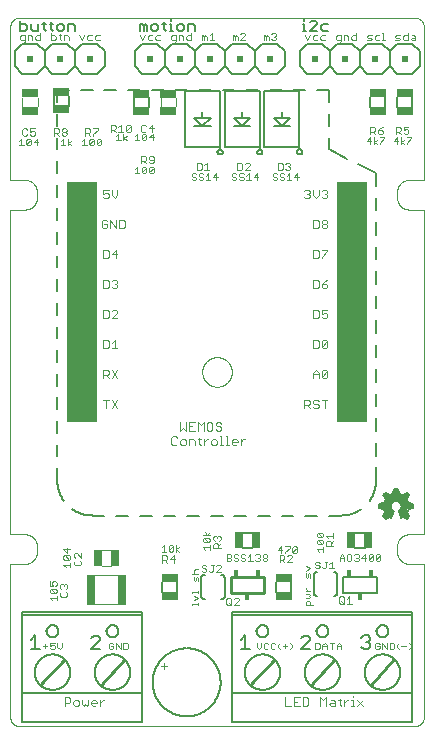
<source format=gto>
G75*
%MOIN*%
%OFA0B0*%
%FSLAX25Y25*%
%IPPOS*%
%LPD*%
%AMOC8*
5,1,8,0,0,1.08239X$1,22.5*
%
%ADD10C,0.00000*%
%ADD11C,0.00400*%
%ADD12C,0.00600*%
%ADD13R,0.02953X0.10236*%
%ADD14R,0.02953X0.05709*%
%ADD15C,0.01000*%
%ADD16R,0.01800X0.02300*%
%ADD17R,0.02559X0.05512*%
%ADD18R,0.05512X0.02559*%
%ADD19R,0.10000X0.80000*%
%ADD20C,0.00300*%
%ADD21C,0.00500*%
%ADD22C,0.00800*%
%ADD23R,0.02000X0.02000*%
%ADD24R,0.05709X0.02953*%
D10*
X0019610Y0005895D02*
X0019610Y0057029D01*
X0024532Y0057029D01*
X0024656Y0057031D01*
X0024779Y0057037D01*
X0024903Y0057046D01*
X0025025Y0057060D01*
X0025148Y0057077D01*
X0025270Y0057099D01*
X0025391Y0057124D01*
X0025511Y0057153D01*
X0025630Y0057185D01*
X0025749Y0057222D01*
X0025866Y0057262D01*
X0025981Y0057305D01*
X0026096Y0057353D01*
X0026208Y0057404D01*
X0026319Y0057458D01*
X0026429Y0057516D01*
X0026536Y0057577D01*
X0026642Y0057642D01*
X0026745Y0057710D01*
X0026846Y0057781D01*
X0026945Y0057855D01*
X0027042Y0057932D01*
X0027136Y0058013D01*
X0027227Y0058096D01*
X0027316Y0058182D01*
X0027402Y0058271D01*
X0027485Y0058362D01*
X0027566Y0058456D01*
X0027643Y0058553D01*
X0027717Y0058652D01*
X0027788Y0058753D01*
X0027856Y0058856D01*
X0027921Y0058962D01*
X0027982Y0059069D01*
X0028040Y0059179D01*
X0028094Y0059290D01*
X0028145Y0059402D01*
X0028193Y0059517D01*
X0028236Y0059632D01*
X0028276Y0059749D01*
X0028313Y0059868D01*
X0028345Y0059987D01*
X0028374Y0060107D01*
X0028399Y0060228D01*
X0028421Y0060350D01*
X0028438Y0060473D01*
X0028452Y0060595D01*
X0028461Y0060719D01*
X0028467Y0060842D01*
X0028469Y0060966D01*
X0028469Y0062934D01*
X0028467Y0063058D01*
X0028461Y0063181D01*
X0028452Y0063305D01*
X0028438Y0063427D01*
X0028421Y0063550D01*
X0028399Y0063672D01*
X0028374Y0063793D01*
X0028345Y0063913D01*
X0028313Y0064032D01*
X0028276Y0064151D01*
X0028236Y0064268D01*
X0028193Y0064383D01*
X0028145Y0064498D01*
X0028094Y0064610D01*
X0028040Y0064721D01*
X0027982Y0064831D01*
X0027921Y0064938D01*
X0027856Y0065044D01*
X0027788Y0065147D01*
X0027717Y0065248D01*
X0027643Y0065347D01*
X0027566Y0065444D01*
X0027485Y0065538D01*
X0027402Y0065629D01*
X0027316Y0065718D01*
X0027227Y0065804D01*
X0027136Y0065887D01*
X0027042Y0065968D01*
X0026945Y0066045D01*
X0026846Y0066119D01*
X0026745Y0066190D01*
X0026642Y0066258D01*
X0026536Y0066323D01*
X0026429Y0066384D01*
X0026319Y0066442D01*
X0026208Y0066496D01*
X0026096Y0066547D01*
X0025981Y0066595D01*
X0025866Y0066638D01*
X0025749Y0066678D01*
X0025630Y0066715D01*
X0025511Y0066747D01*
X0025391Y0066776D01*
X0025270Y0066801D01*
X0025148Y0066823D01*
X0025025Y0066840D01*
X0024903Y0066854D01*
X0024779Y0066863D01*
X0024656Y0066869D01*
X0024532Y0066871D01*
X0019610Y0066871D01*
X0019610Y0175139D01*
X0024532Y0175139D01*
X0024656Y0175141D01*
X0024779Y0175147D01*
X0024903Y0175156D01*
X0025025Y0175170D01*
X0025148Y0175187D01*
X0025270Y0175209D01*
X0025391Y0175234D01*
X0025511Y0175263D01*
X0025630Y0175295D01*
X0025749Y0175332D01*
X0025866Y0175372D01*
X0025981Y0175415D01*
X0026096Y0175463D01*
X0026208Y0175514D01*
X0026319Y0175568D01*
X0026429Y0175626D01*
X0026536Y0175687D01*
X0026642Y0175752D01*
X0026745Y0175820D01*
X0026846Y0175891D01*
X0026945Y0175965D01*
X0027042Y0176042D01*
X0027136Y0176123D01*
X0027227Y0176206D01*
X0027316Y0176292D01*
X0027402Y0176381D01*
X0027485Y0176472D01*
X0027566Y0176566D01*
X0027643Y0176663D01*
X0027717Y0176762D01*
X0027788Y0176863D01*
X0027856Y0176966D01*
X0027921Y0177072D01*
X0027982Y0177179D01*
X0028040Y0177289D01*
X0028094Y0177400D01*
X0028145Y0177512D01*
X0028193Y0177627D01*
X0028236Y0177742D01*
X0028276Y0177859D01*
X0028313Y0177978D01*
X0028345Y0178097D01*
X0028374Y0178217D01*
X0028399Y0178338D01*
X0028421Y0178460D01*
X0028438Y0178583D01*
X0028452Y0178705D01*
X0028461Y0178829D01*
X0028467Y0178952D01*
X0028469Y0179076D01*
X0028469Y0181045D01*
X0028467Y0181169D01*
X0028461Y0181292D01*
X0028452Y0181416D01*
X0028438Y0181538D01*
X0028421Y0181661D01*
X0028399Y0181783D01*
X0028374Y0181904D01*
X0028345Y0182024D01*
X0028313Y0182143D01*
X0028276Y0182262D01*
X0028236Y0182379D01*
X0028193Y0182494D01*
X0028145Y0182609D01*
X0028094Y0182721D01*
X0028040Y0182832D01*
X0027982Y0182942D01*
X0027921Y0183049D01*
X0027856Y0183155D01*
X0027788Y0183258D01*
X0027717Y0183359D01*
X0027643Y0183458D01*
X0027566Y0183555D01*
X0027485Y0183649D01*
X0027402Y0183740D01*
X0027316Y0183829D01*
X0027227Y0183915D01*
X0027136Y0183998D01*
X0027042Y0184079D01*
X0026945Y0184156D01*
X0026846Y0184230D01*
X0026745Y0184301D01*
X0026642Y0184369D01*
X0026536Y0184434D01*
X0026429Y0184495D01*
X0026319Y0184553D01*
X0026208Y0184607D01*
X0026096Y0184658D01*
X0025981Y0184706D01*
X0025866Y0184749D01*
X0025749Y0184789D01*
X0025630Y0184826D01*
X0025511Y0184858D01*
X0025391Y0184887D01*
X0025270Y0184912D01*
X0025148Y0184934D01*
X0025025Y0184951D01*
X0024903Y0184965D01*
X0024779Y0184974D01*
X0024656Y0184980D01*
X0024532Y0184982D01*
X0019610Y0184982D01*
X0019610Y0236130D01*
X0019612Y0236237D01*
X0019618Y0236344D01*
X0019628Y0236450D01*
X0019642Y0236556D01*
X0019659Y0236662D01*
X0019680Y0236766D01*
X0019705Y0236870D01*
X0019733Y0236973D01*
X0019765Y0237075D01*
X0019801Y0237176D01*
X0019841Y0237275D01*
X0019883Y0237373D01*
X0019930Y0237469D01*
X0019980Y0237564D01*
X0020033Y0237656D01*
X0020089Y0237747D01*
X0020149Y0237836D01*
X0020211Y0237922D01*
X0020277Y0238007D01*
X0020346Y0238088D01*
X0020417Y0238168D01*
X0020492Y0238244D01*
X0020569Y0238319D01*
X0020648Y0238390D01*
X0020731Y0238458D01*
X0020815Y0238523D01*
X0020902Y0238586D01*
X0020991Y0238645D01*
X0021082Y0238701D01*
X0021175Y0238753D01*
X0021270Y0238803D01*
X0021366Y0238849D01*
X0021464Y0238891D01*
X0021564Y0238930D01*
X0021665Y0238965D01*
X0021767Y0238997D01*
X0021870Y0239025D01*
X0021974Y0239049D01*
X0022079Y0239070D01*
X0022184Y0239087D01*
X0022290Y0239100D01*
X0022397Y0239109D01*
X0022503Y0239114D01*
X0022610Y0239116D01*
X0022610Y0239115D02*
X0154406Y0239115D01*
X0154406Y0239116D02*
X0154513Y0239114D01*
X0154619Y0239109D01*
X0154726Y0239100D01*
X0154832Y0239087D01*
X0154937Y0239070D01*
X0155042Y0239049D01*
X0155146Y0239025D01*
X0155249Y0238997D01*
X0155351Y0238965D01*
X0155452Y0238930D01*
X0155552Y0238891D01*
X0155650Y0238849D01*
X0155746Y0238803D01*
X0155841Y0238753D01*
X0155934Y0238701D01*
X0156025Y0238645D01*
X0156114Y0238586D01*
X0156201Y0238523D01*
X0156285Y0238458D01*
X0156368Y0238390D01*
X0156447Y0238319D01*
X0156524Y0238244D01*
X0156599Y0238168D01*
X0156670Y0238088D01*
X0156739Y0238007D01*
X0156805Y0237922D01*
X0156867Y0237836D01*
X0156927Y0237747D01*
X0156983Y0237656D01*
X0157036Y0237564D01*
X0157086Y0237469D01*
X0157133Y0237373D01*
X0157175Y0237275D01*
X0157215Y0237176D01*
X0157251Y0237075D01*
X0157283Y0236973D01*
X0157311Y0236870D01*
X0157336Y0236766D01*
X0157357Y0236662D01*
X0157374Y0236556D01*
X0157388Y0236450D01*
X0157398Y0236344D01*
X0157404Y0236237D01*
X0157406Y0236130D01*
X0157406Y0184982D01*
X0152485Y0184982D01*
X0152361Y0184980D01*
X0152238Y0184974D01*
X0152114Y0184965D01*
X0151992Y0184951D01*
X0151869Y0184934D01*
X0151747Y0184912D01*
X0151626Y0184887D01*
X0151506Y0184858D01*
X0151387Y0184826D01*
X0151268Y0184789D01*
X0151151Y0184749D01*
X0151036Y0184706D01*
X0150921Y0184658D01*
X0150809Y0184607D01*
X0150698Y0184553D01*
X0150588Y0184495D01*
X0150481Y0184434D01*
X0150375Y0184369D01*
X0150272Y0184301D01*
X0150171Y0184230D01*
X0150072Y0184156D01*
X0149975Y0184079D01*
X0149881Y0183998D01*
X0149790Y0183915D01*
X0149701Y0183829D01*
X0149615Y0183740D01*
X0149532Y0183649D01*
X0149451Y0183555D01*
X0149374Y0183458D01*
X0149300Y0183359D01*
X0149229Y0183258D01*
X0149161Y0183155D01*
X0149096Y0183049D01*
X0149035Y0182942D01*
X0148977Y0182832D01*
X0148923Y0182721D01*
X0148872Y0182609D01*
X0148824Y0182494D01*
X0148781Y0182379D01*
X0148741Y0182262D01*
X0148704Y0182143D01*
X0148672Y0182024D01*
X0148643Y0181904D01*
X0148618Y0181783D01*
X0148596Y0181661D01*
X0148579Y0181538D01*
X0148565Y0181416D01*
X0148556Y0181292D01*
X0148550Y0181169D01*
X0148548Y0181045D01*
X0148548Y0179076D01*
X0148550Y0178952D01*
X0148556Y0178829D01*
X0148565Y0178705D01*
X0148579Y0178583D01*
X0148596Y0178460D01*
X0148618Y0178338D01*
X0148643Y0178217D01*
X0148672Y0178097D01*
X0148704Y0177978D01*
X0148741Y0177859D01*
X0148781Y0177742D01*
X0148824Y0177627D01*
X0148872Y0177512D01*
X0148923Y0177400D01*
X0148977Y0177289D01*
X0149035Y0177179D01*
X0149096Y0177072D01*
X0149161Y0176966D01*
X0149229Y0176863D01*
X0149300Y0176762D01*
X0149374Y0176663D01*
X0149451Y0176566D01*
X0149532Y0176472D01*
X0149615Y0176381D01*
X0149701Y0176292D01*
X0149790Y0176206D01*
X0149881Y0176123D01*
X0149975Y0176042D01*
X0150072Y0175965D01*
X0150171Y0175891D01*
X0150272Y0175820D01*
X0150375Y0175752D01*
X0150481Y0175687D01*
X0150588Y0175626D01*
X0150698Y0175568D01*
X0150809Y0175514D01*
X0150921Y0175463D01*
X0151036Y0175415D01*
X0151151Y0175372D01*
X0151268Y0175332D01*
X0151387Y0175295D01*
X0151506Y0175263D01*
X0151626Y0175234D01*
X0151747Y0175209D01*
X0151869Y0175187D01*
X0151992Y0175170D01*
X0152114Y0175156D01*
X0152238Y0175147D01*
X0152361Y0175141D01*
X0152485Y0175139D01*
X0157406Y0175139D01*
X0157406Y0066871D01*
X0152485Y0066871D01*
X0152361Y0066869D01*
X0152238Y0066863D01*
X0152114Y0066854D01*
X0151992Y0066840D01*
X0151869Y0066823D01*
X0151747Y0066801D01*
X0151626Y0066776D01*
X0151506Y0066747D01*
X0151387Y0066715D01*
X0151268Y0066678D01*
X0151151Y0066638D01*
X0151036Y0066595D01*
X0150921Y0066547D01*
X0150809Y0066496D01*
X0150698Y0066442D01*
X0150588Y0066384D01*
X0150481Y0066323D01*
X0150375Y0066258D01*
X0150272Y0066190D01*
X0150171Y0066119D01*
X0150072Y0066045D01*
X0149975Y0065968D01*
X0149881Y0065887D01*
X0149790Y0065804D01*
X0149701Y0065718D01*
X0149615Y0065629D01*
X0149532Y0065538D01*
X0149451Y0065444D01*
X0149374Y0065347D01*
X0149300Y0065248D01*
X0149229Y0065147D01*
X0149161Y0065044D01*
X0149096Y0064938D01*
X0149035Y0064831D01*
X0148977Y0064721D01*
X0148923Y0064610D01*
X0148872Y0064498D01*
X0148824Y0064383D01*
X0148781Y0064268D01*
X0148741Y0064151D01*
X0148704Y0064032D01*
X0148672Y0063913D01*
X0148643Y0063793D01*
X0148618Y0063672D01*
X0148596Y0063550D01*
X0148579Y0063427D01*
X0148565Y0063305D01*
X0148556Y0063181D01*
X0148550Y0063058D01*
X0148548Y0062934D01*
X0148548Y0060966D01*
X0148550Y0060842D01*
X0148556Y0060719D01*
X0148565Y0060595D01*
X0148579Y0060473D01*
X0148596Y0060350D01*
X0148618Y0060228D01*
X0148643Y0060107D01*
X0148672Y0059987D01*
X0148704Y0059868D01*
X0148741Y0059749D01*
X0148781Y0059632D01*
X0148824Y0059517D01*
X0148872Y0059402D01*
X0148923Y0059290D01*
X0148977Y0059179D01*
X0149035Y0059069D01*
X0149096Y0058962D01*
X0149161Y0058856D01*
X0149229Y0058753D01*
X0149300Y0058652D01*
X0149374Y0058553D01*
X0149451Y0058456D01*
X0149532Y0058362D01*
X0149615Y0058271D01*
X0149701Y0058182D01*
X0149790Y0058096D01*
X0149881Y0058013D01*
X0149975Y0057932D01*
X0150072Y0057855D01*
X0150171Y0057781D01*
X0150272Y0057710D01*
X0150375Y0057642D01*
X0150481Y0057577D01*
X0150588Y0057516D01*
X0150698Y0057458D01*
X0150809Y0057404D01*
X0150921Y0057353D01*
X0151036Y0057305D01*
X0151151Y0057262D01*
X0151268Y0057222D01*
X0151387Y0057185D01*
X0151506Y0057153D01*
X0151626Y0057124D01*
X0151747Y0057099D01*
X0151869Y0057077D01*
X0151992Y0057060D01*
X0152114Y0057046D01*
X0152238Y0057037D01*
X0152361Y0057031D01*
X0152485Y0057029D01*
X0157406Y0057029D01*
X0157406Y0005895D01*
X0157404Y0005788D01*
X0157398Y0005681D01*
X0157389Y0005574D01*
X0157375Y0005468D01*
X0157358Y0005362D01*
X0157337Y0005257D01*
X0157313Y0005153D01*
X0157284Y0005050D01*
X0157252Y0004948D01*
X0157217Y0004847D01*
X0157178Y0004747D01*
X0157135Y0004649D01*
X0157089Y0004552D01*
X0157039Y0004457D01*
X0156986Y0004364D01*
X0156930Y0004273D01*
X0156870Y0004184D01*
X0156808Y0004097D01*
X0156742Y0004013D01*
X0156673Y0003930D01*
X0156602Y0003851D01*
X0156527Y0003774D01*
X0156450Y0003699D01*
X0156371Y0003628D01*
X0156288Y0003559D01*
X0156204Y0003493D01*
X0156117Y0003431D01*
X0156028Y0003371D01*
X0155937Y0003315D01*
X0155844Y0003262D01*
X0155749Y0003212D01*
X0155652Y0003166D01*
X0155554Y0003123D01*
X0155454Y0003084D01*
X0155353Y0003049D01*
X0155251Y0003017D01*
X0155148Y0002988D01*
X0155044Y0002964D01*
X0154939Y0002943D01*
X0154833Y0002926D01*
X0154727Y0002912D01*
X0154620Y0002903D01*
X0154513Y0002897D01*
X0154406Y0002895D01*
X0022610Y0002895D01*
X0022503Y0002897D01*
X0022396Y0002903D01*
X0022289Y0002912D01*
X0022183Y0002926D01*
X0022077Y0002943D01*
X0021972Y0002964D01*
X0021868Y0002988D01*
X0021765Y0003017D01*
X0021663Y0003049D01*
X0021562Y0003084D01*
X0021462Y0003123D01*
X0021364Y0003166D01*
X0021267Y0003212D01*
X0021172Y0003262D01*
X0021079Y0003315D01*
X0020988Y0003371D01*
X0020899Y0003431D01*
X0020812Y0003493D01*
X0020728Y0003559D01*
X0020645Y0003628D01*
X0020566Y0003699D01*
X0020489Y0003774D01*
X0020414Y0003851D01*
X0020343Y0003930D01*
X0020274Y0004013D01*
X0020208Y0004097D01*
X0020146Y0004184D01*
X0020086Y0004273D01*
X0020030Y0004364D01*
X0019977Y0004457D01*
X0019927Y0004552D01*
X0019881Y0004649D01*
X0019838Y0004747D01*
X0019799Y0004847D01*
X0019764Y0004948D01*
X0019732Y0005050D01*
X0019703Y0005153D01*
X0019679Y0005257D01*
X0019658Y0005362D01*
X0019641Y0005468D01*
X0019627Y0005574D01*
X0019618Y0005681D01*
X0019612Y0005788D01*
X0019610Y0005895D01*
X0083587Y0121005D02*
X0083589Y0121145D01*
X0083595Y0121285D01*
X0083605Y0121424D01*
X0083619Y0121563D01*
X0083637Y0121702D01*
X0083658Y0121840D01*
X0083684Y0121978D01*
X0083714Y0122115D01*
X0083747Y0122250D01*
X0083785Y0122385D01*
X0083826Y0122519D01*
X0083871Y0122652D01*
X0083919Y0122783D01*
X0083972Y0122912D01*
X0084028Y0123041D01*
X0084087Y0123167D01*
X0084151Y0123292D01*
X0084217Y0123415D01*
X0084288Y0123536D01*
X0084361Y0123655D01*
X0084438Y0123772D01*
X0084519Y0123886D01*
X0084602Y0123998D01*
X0084689Y0124108D01*
X0084779Y0124216D01*
X0084871Y0124320D01*
X0084967Y0124422D01*
X0085066Y0124522D01*
X0085167Y0124618D01*
X0085271Y0124712D01*
X0085378Y0124802D01*
X0085487Y0124889D01*
X0085599Y0124974D01*
X0085713Y0125055D01*
X0085829Y0125133D01*
X0085947Y0125207D01*
X0086068Y0125278D01*
X0086190Y0125346D01*
X0086315Y0125410D01*
X0086441Y0125471D01*
X0086568Y0125528D01*
X0086698Y0125581D01*
X0086829Y0125631D01*
X0086961Y0125676D01*
X0087094Y0125719D01*
X0087229Y0125757D01*
X0087364Y0125791D01*
X0087501Y0125822D01*
X0087638Y0125849D01*
X0087776Y0125871D01*
X0087915Y0125890D01*
X0088054Y0125905D01*
X0088193Y0125916D01*
X0088333Y0125923D01*
X0088473Y0125926D01*
X0088613Y0125925D01*
X0088753Y0125920D01*
X0088892Y0125911D01*
X0089032Y0125898D01*
X0089171Y0125881D01*
X0089309Y0125860D01*
X0089447Y0125836D01*
X0089584Y0125807D01*
X0089720Y0125775D01*
X0089855Y0125738D01*
X0089989Y0125698D01*
X0090122Y0125654D01*
X0090253Y0125606D01*
X0090383Y0125555D01*
X0090512Y0125500D01*
X0090639Y0125441D01*
X0090764Y0125378D01*
X0090887Y0125313D01*
X0091009Y0125243D01*
X0091128Y0125170D01*
X0091246Y0125094D01*
X0091361Y0125015D01*
X0091474Y0124932D01*
X0091584Y0124846D01*
X0091692Y0124757D01*
X0091797Y0124665D01*
X0091900Y0124570D01*
X0092000Y0124472D01*
X0092097Y0124372D01*
X0092191Y0124268D01*
X0092283Y0124162D01*
X0092371Y0124054D01*
X0092456Y0123943D01*
X0092538Y0123829D01*
X0092617Y0123713D01*
X0092692Y0123596D01*
X0092764Y0123476D01*
X0092832Y0123354D01*
X0092897Y0123230D01*
X0092959Y0123104D01*
X0093017Y0122977D01*
X0093071Y0122848D01*
X0093122Y0122717D01*
X0093168Y0122585D01*
X0093211Y0122452D01*
X0093251Y0122318D01*
X0093286Y0122183D01*
X0093318Y0122046D01*
X0093345Y0121909D01*
X0093369Y0121771D01*
X0093389Y0121633D01*
X0093405Y0121494D01*
X0093417Y0121354D01*
X0093425Y0121215D01*
X0093429Y0121075D01*
X0093429Y0120935D01*
X0093425Y0120795D01*
X0093417Y0120656D01*
X0093405Y0120516D01*
X0093389Y0120377D01*
X0093369Y0120239D01*
X0093345Y0120101D01*
X0093318Y0119964D01*
X0093286Y0119827D01*
X0093251Y0119692D01*
X0093211Y0119558D01*
X0093168Y0119425D01*
X0093122Y0119293D01*
X0093071Y0119162D01*
X0093017Y0119033D01*
X0092959Y0118906D01*
X0092897Y0118780D01*
X0092832Y0118656D01*
X0092764Y0118534D01*
X0092692Y0118414D01*
X0092617Y0118297D01*
X0092538Y0118181D01*
X0092456Y0118067D01*
X0092371Y0117956D01*
X0092283Y0117848D01*
X0092191Y0117742D01*
X0092097Y0117638D01*
X0092000Y0117538D01*
X0091900Y0117440D01*
X0091797Y0117345D01*
X0091692Y0117253D01*
X0091584Y0117164D01*
X0091474Y0117078D01*
X0091361Y0116995D01*
X0091246Y0116916D01*
X0091128Y0116840D01*
X0091009Y0116767D01*
X0090887Y0116697D01*
X0090764Y0116632D01*
X0090639Y0116569D01*
X0090512Y0116510D01*
X0090383Y0116455D01*
X0090253Y0116404D01*
X0090122Y0116356D01*
X0089989Y0116312D01*
X0089855Y0116272D01*
X0089720Y0116235D01*
X0089584Y0116203D01*
X0089447Y0116174D01*
X0089309Y0116150D01*
X0089171Y0116129D01*
X0089032Y0116112D01*
X0088892Y0116099D01*
X0088753Y0116090D01*
X0088613Y0116085D01*
X0088473Y0116084D01*
X0088333Y0116087D01*
X0088193Y0116094D01*
X0088054Y0116105D01*
X0087915Y0116120D01*
X0087776Y0116139D01*
X0087638Y0116161D01*
X0087501Y0116188D01*
X0087364Y0116219D01*
X0087229Y0116253D01*
X0087094Y0116291D01*
X0086961Y0116334D01*
X0086829Y0116379D01*
X0086698Y0116429D01*
X0086568Y0116482D01*
X0086441Y0116539D01*
X0086315Y0116600D01*
X0086190Y0116664D01*
X0086068Y0116732D01*
X0085947Y0116803D01*
X0085829Y0116877D01*
X0085713Y0116955D01*
X0085599Y0117036D01*
X0085487Y0117121D01*
X0085378Y0117208D01*
X0085271Y0117298D01*
X0085167Y0117392D01*
X0085066Y0117488D01*
X0084967Y0117588D01*
X0084871Y0117690D01*
X0084779Y0117794D01*
X0084689Y0117902D01*
X0084602Y0118012D01*
X0084519Y0118124D01*
X0084438Y0118238D01*
X0084361Y0118355D01*
X0084288Y0118474D01*
X0084217Y0118595D01*
X0084151Y0118718D01*
X0084087Y0118843D01*
X0084028Y0118969D01*
X0083972Y0119098D01*
X0083919Y0119227D01*
X0083871Y0119358D01*
X0083826Y0119491D01*
X0083785Y0119625D01*
X0083747Y0119760D01*
X0083714Y0119895D01*
X0083684Y0120032D01*
X0083658Y0120170D01*
X0083637Y0120308D01*
X0083619Y0120447D01*
X0083605Y0120586D01*
X0083595Y0120725D01*
X0083589Y0120865D01*
X0083587Y0121005D01*
D11*
X0055280Y0121752D02*
X0053412Y0118950D01*
X0052333Y0118950D02*
X0051399Y0119884D01*
X0051866Y0119884D02*
X0050465Y0119884D01*
X0050465Y0118950D02*
X0050465Y0121752D01*
X0051866Y0121752D01*
X0052333Y0121285D01*
X0052333Y0120351D01*
X0051866Y0119884D01*
X0053412Y0121752D02*
X0055280Y0118950D01*
X0055280Y0111752D02*
X0053412Y0108950D01*
X0055280Y0108950D02*
X0053412Y0111752D01*
X0052333Y0111752D02*
X0050465Y0111752D01*
X0051399Y0111752D02*
X0051399Y0108950D01*
X0051866Y0128950D02*
X0050465Y0128950D01*
X0050465Y0131752D01*
X0051866Y0131752D01*
X0052333Y0131285D01*
X0052333Y0129417D01*
X0051866Y0128950D01*
X0053412Y0128950D02*
X0055280Y0128950D01*
X0054346Y0128950D02*
X0054346Y0131752D01*
X0053412Y0130818D01*
X0053412Y0138950D02*
X0055280Y0140818D01*
X0055280Y0141285D01*
X0054813Y0141752D01*
X0053879Y0141752D01*
X0053412Y0141285D01*
X0052333Y0141285D02*
X0051866Y0141752D01*
X0050465Y0141752D01*
X0050465Y0138950D01*
X0051866Y0138950D01*
X0052333Y0139417D01*
X0052333Y0141285D01*
X0053412Y0138950D02*
X0055280Y0138950D01*
X0054813Y0148950D02*
X0053879Y0148950D01*
X0053412Y0149417D01*
X0052333Y0149417D02*
X0052333Y0151285D01*
X0051866Y0151752D01*
X0050465Y0151752D01*
X0050465Y0148950D01*
X0051866Y0148950D01*
X0052333Y0149417D01*
X0053412Y0151285D02*
X0053879Y0151752D01*
X0054813Y0151752D01*
X0055280Y0151285D01*
X0055280Y0150818D01*
X0054813Y0150351D01*
X0055280Y0149884D01*
X0055280Y0149417D01*
X0054813Y0148950D01*
X0054813Y0150351D02*
X0054346Y0150351D01*
X0054813Y0158950D02*
X0054813Y0161752D01*
X0053412Y0160351D01*
X0055280Y0160351D01*
X0052333Y0159417D02*
X0052333Y0161285D01*
X0051866Y0161752D01*
X0050465Y0161752D01*
X0050465Y0158950D01*
X0051866Y0158950D01*
X0052333Y0159417D01*
X0052965Y0168950D02*
X0052965Y0171752D01*
X0054833Y0168950D01*
X0054833Y0171752D01*
X0055912Y0171752D02*
X0055912Y0168950D01*
X0057313Y0168950D01*
X0057780Y0169417D01*
X0057780Y0171285D01*
X0057313Y0171752D01*
X0055912Y0171752D01*
X0051887Y0171285D02*
X0051420Y0171752D01*
X0050486Y0171752D01*
X0050019Y0171285D01*
X0050019Y0169417D01*
X0050486Y0168950D01*
X0051420Y0168950D01*
X0051887Y0169417D01*
X0051887Y0170351D01*
X0050953Y0170351D01*
X0050932Y0178950D02*
X0050465Y0179417D01*
X0050932Y0178950D02*
X0051866Y0178950D01*
X0052333Y0179417D01*
X0052333Y0180351D01*
X0051866Y0180818D01*
X0051399Y0180818D01*
X0050465Y0180351D01*
X0050465Y0181752D01*
X0052333Y0181752D01*
X0053412Y0181752D02*
X0053412Y0179884D01*
X0054346Y0178950D01*
X0055280Y0179884D01*
X0055280Y0181752D01*
X0061128Y0187195D02*
X0062596Y0187195D01*
X0061862Y0187195D02*
X0061862Y0189397D01*
X0061128Y0188663D01*
X0063522Y0189030D02*
X0063889Y0189397D01*
X0064623Y0189397D01*
X0064990Y0189030D01*
X0063522Y0187562D01*
X0063889Y0187195D01*
X0064623Y0187195D01*
X0064990Y0187562D01*
X0064990Y0189030D01*
X0065916Y0189030D02*
X0066283Y0189397D01*
X0067017Y0189397D01*
X0067384Y0189030D01*
X0065916Y0187562D01*
X0066283Y0187195D01*
X0067017Y0187195D01*
X0067384Y0187562D01*
X0067384Y0189030D01*
X0065916Y0189030D02*
X0065916Y0187562D01*
X0063522Y0187562D02*
X0063522Y0189030D01*
X0063154Y0190495D02*
X0063154Y0192897D01*
X0064355Y0192897D01*
X0064755Y0192497D01*
X0064755Y0191696D01*
X0064355Y0191296D01*
X0063154Y0191296D01*
X0063955Y0191296D02*
X0064755Y0190495D01*
X0065732Y0190895D02*
X0066133Y0190495D01*
X0066933Y0190495D01*
X0067334Y0190895D01*
X0067334Y0192497D01*
X0066933Y0192897D01*
X0066133Y0192897D01*
X0065732Y0192497D01*
X0065732Y0192096D01*
X0066133Y0191696D01*
X0067334Y0191696D01*
X0067017Y0198195D02*
X0067017Y0200397D01*
X0065916Y0199296D01*
X0067384Y0199296D01*
X0066933Y0200995D02*
X0066933Y0203397D01*
X0065732Y0202196D01*
X0067334Y0202196D01*
X0064755Y0201395D02*
X0064355Y0200995D01*
X0063554Y0200995D01*
X0063154Y0201395D01*
X0063154Y0202997D01*
X0063554Y0203397D01*
X0064355Y0203397D01*
X0064755Y0202997D01*
X0064623Y0200397D02*
X0063889Y0200397D01*
X0063522Y0200030D01*
X0063522Y0198562D01*
X0064990Y0200030D01*
X0064990Y0198562D01*
X0064623Y0198195D01*
X0063889Y0198195D01*
X0063522Y0198562D01*
X0062596Y0198195D02*
X0061128Y0198195D01*
X0061862Y0198195D02*
X0061862Y0200397D01*
X0061128Y0199663D01*
X0059433Y0200995D02*
X0058633Y0200995D01*
X0058232Y0201395D01*
X0059834Y0202997D01*
X0059834Y0201395D01*
X0059433Y0200995D01*
X0058232Y0201395D02*
X0058232Y0202997D01*
X0058633Y0203397D01*
X0059433Y0203397D01*
X0059834Y0202997D01*
X0057255Y0200995D02*
X0055654Y0200995D01*
X0055655Y0200397D02*
X0055655Y0198195D01*
X0054921Y0198195D02*
X0056389Y0198195D01*
X0057315Y0198195D02*
X0057315Y0200397D01*
X0056455Y0200995D02*
X0056455Y0203397D01*
X0055654Y0202596D01*
X0054677Y0202196D02*
X0054677Y0202997D01*
X0054277Y0203397D01*
X0053076Y0203397D01*
X0053076Y0200995D01*
X0053076Y0201796D02*
X0054277Y0201796D01*
X0054677Y0202196D01*
X0053877Y0201796D02*
X0054677Y0200995D01*
X0055655Y0200397D02*
X0054921Y0199663D01*
X0057315Y0198929D02*
X0058416Y0199663D01*
X0057315Y0198929D02*
X0058416Y0198195D01*
X0064623Y0200397D02*
X0064990Y0200030D01*
X0069712Y0209395D02*
X0069712Y0212395D01*
X0074909Y0212395D02*
X0074909Y0209493D01*
X0081732Y0190697D02*
X0082933Y0190697D01*
X0083334Y0190297D01*
X0083334Y0188695D01*
X0082933Y0188295D01*
X0081732Y0188295D01*
X0081732Y0190697D01*
X0084310Y0189896D02*
X0085111Y0190697D01*
X0085111Y0188295D01*
X0084310Y0188295D02*
X0085912Y0188295D01*
X0085544Y0187197D02*
X0085544Y0184995D01*
X0084810Y0184995D02*
X0086278Y0184995D01*
X0087205Y0186096D02*
X0088672Y0186096D01*
X0088305Y0184995D02*
X0088305Y0187197D01*
X0087205Y0186096D01*
X0085544Y0187197D02*
X0084810Y0186463D01*
X0083884Y0186830D02*
X0083517Y0187197D01*
X0082783Y0187197D01*
X0082416Y0186830D01*
X0082416Y0186463D01*
X0082783Y0186096D01*
X0083517Y0186096D01*
X0083884Y0185729D01*
X0083884Y0185362D01*
X0083517Y0184995D01*
X0082783Y0184995D01*
X0082416Y0185362D01*
X0081490Y0185362D02*
X0081123Y0184995D01*
X0080389Y0184995D01*
X0080022Y0185362D01*
X0080389Y0186096D02*
X0081123Y0186096D01*
X0081490Y0185729D01*
X0081490Y0185362D01*
X0080389Y0186096D02*
X0080022Y0186463D01*
X0080022Y0186830D01*
X0080389Y0187197D01*
X0081123Y0187197D01*
X0081490Y0186830D01*
X0093522Y0186830D02*
X0093522Y0186463D01*
X0093889Y0186096D01*
X0094623Y0186096D01*
X0094990Y0185729D01*
X0094990Y0185362D01*
X0094623Y0184995D01*
X0093889Y0184995D01*
X0093522Y0185362D01*
X0093522Y0186830D02*
X0093889Y0187197D01*
X0094623Y0187197D01*
X0094990Y0186830D01*
X0095916Y0186830D02*
X0095916Y0186463D01*
X0096283Y0186096D01*
X0097017Y0186096D01*
X0097384Y0185729D01*
X0097384Y0185362D01*
X0097017Y0184995D01*
X0096283Y0184995D01*
X0095916Y0185362D01*
X0095916Y0186830D02*
X0096283Y0187197D01*
X0097017Y0187197D01*
X0097384Y0186830D01*
X0098310Y0186463D02*
X0099044Y0187197D01*
X0099044Y0184995D01*
X0098310Y0184995D02*
X0099778Y0184995D01*
X0100705Y0186096D02*
X0101805Y0187197D01*
X0101805Y0184995D01*
X0102172Y0186096D02*
X0100705Y0186096D01*
X0099412Y0188295D02*
X0097810Y0188295D01*
X0099412Y0189896D01*
X0099412Y0190297D01*
X0099012Y0190697D01*
X0098211Y0190697D01*
X0097810Y0190297D01*
X0096834Y0190297D02*
X0096433Y0190697D01*
X0095232Y0190697D01*
X0095232Y0188295D01*
X0096433Y0188295D01*
X0096834Y0188695D01*
X0096834Y0190297D01*
X0107022Y0186830D02*
X0107022Y0186463D01*
X0107389Y0186096D01*
X0108123Y0186096D01*
X0108490Y0185729D01*
X0108490Y0185362D01*
X0108123Y0184995D01*
X0107389Y0184995D01*
X0107022Y0185362D01*
X0107022Y0186830D02*
X0107389Y0187197D01*
X0108123Y0187197D01*
X0108490Y0186830D01*
X0109416Y0186830D02*
X0109416Y0186463D01*
X0109783Y0186096D01*
X0110517Y0186096D01*
X0110884Y0185729D01*
X0110884Y0185362D01*
X0110517Y0184995D01*
X0109783Y0184995D01*
X0109416Y0185362D01*
X0109416Y0186830D02*
X0109783Y0187197D01*
X0110517Y0187197D01*
X0110884Y0186830D01*
X0111810Y0186463D02*
X0112544Y0187197D01*
X0112544Y0184995D01*
X0111810Y0184995D02*
X0113278Y0184995D01*
X0114205Y0186096D02*
X0115672Y0186096D01*
X0115305Y0187197D02*
X0114205Y0186096D01*
X0115305Y0184995D02*
X0115305Y0187197D01*
X0112912Y0188695D02*
X0112912Y0189096D01*
X0112512Y0189496D01*
X0112111Y0189496D01*
X0112512Y0189496D02*
X0112912Y0189896D01*
X0112912Y0190297D01*
X0112512Y0190697D01*
X0111711Y0190697D01*
X0111310Y0190297D01*
X0110334Y0190297D02*
X0110334Y0188695D01*
X0109933Y0188295D01*
X0108732Y0188295D01*
X0108732Y0190697D01*
X0109933Y0190697D01*
X0110334Y0190297D01*
X0111310Y0188695D02*
X0111711Y0188295D01*
X0112512Y0188295D01*
X0112912Y0188695D01*
X0117986Y0181752D02*
X0118920Y0181752D01*
X0119387Y0181285D01*
X0119387Y0180818D01*
X0118920Y0180351D01*
X0119387Y0179884D01*
X0119387Y0179417D01*
X0118920Y0178950D01*
X0117986Y0178950D01*
X0117519Y0179417D01*
X0118453Y0180351D02*
X0118920Y0180351D01*
X0120465Y0179884D02*
X0120465Y0181752D01*
X0120465Y0179884D02*
X0121399Y0178950D01*
X0122333Y0179884D01*
X0122333Y0181752D01*
X0123412Y0181285D02*
X0123879Y0181752D01*
X0124813Y0181752D01*
X0125280Y0181285D01*
X0125280Y0180818D01*
X0124813Y0180351D01*
X0125280Y0179884D01*
X0125280Y0179417D01*
X0124813Y0178950D01*
X0123879Y0178950D01*
X0123412Y0179417D01*
X0124346Y0180351D02*
X0124813Y0180351D01*
X0117986Y0181752D02*
X0117519Y0181285D01*
X0120465Y0171752D02*
X0121866Y0171752D01*
X0122333Y0171285D01*
X0122333Y0169417D01*
X0121866Y0168950D01*
X0120465Y0168950D01*
X0120465Y0171752D01*
X0123412Y0171285D02*
X0123412Y0170818D01*
X0123879Y0170351D01*
X0124813Y0170351D01*
X0125280Y0169884D01*
X0125280Y0169417D01*
X0124813Y0168950D01*
X0123879Y0168950D01*
X0123412Y0169417D01*
X0123412Y0169884D01*
X0123879Y0170351D01*
X0124813Y0170351D02*
X0125280Y0170818D01*
X0125280Y0171285D01*
X0124813Y0171752D01*
X0123879Y0171752D01*
X0123412Y0171285D01*
X0123412Y0161752D02*
X0125280Y0161752D01*
X0125280Y0161285D01*
X0123412Y0159417D01*
X0123412Y0158950D01*
X0122333Y0159417D02*
X0122333Y0161285D01*
X0121866Y0161752D01*
X0120465Y0161752D01*
X0120465Y0158950D01*
X0121866Y0158950D01*
X0122333Y0159417D01*
X0121866Y0151752D02*
X0120465Y0151752D01*
X0120465Y0148950D01*
X0121866Y0148950D01*
X0122333Y0149417D01*
X0122333Y0151285D01*
X0121866Y0151752D01*
X0123412Y0150351D02*
X0124813Y0150351D01*
X0125280Y0149884D01*
X0125280Y0149417D01*
X0124813Y0148950D01*
X0123879Y0148950D01*
X0123412Y0149417D01*
X0123412Y0150351D01*
X0124346Y0151285D01*
X0125280Y0151752D01*
X0125280Y0141752D02*
X0123412Y0141752D01*
X0123412Y0140351D01*
X0124346Y0140818D01*
X0124813Y0140818D01*
X0125280Y0140351D01*
X0125280Y0139417D01*
X0124813Y0138950D01*
X0123879Y0138950D01*
X0123412Y0139417D01*
X0122333Y0139417D02*
X0122333Y0141285D01*
X0121866Y0141752D01*
X0120465Y0141752D01*
X0120465Y0138950D01*
X0121866Y0138950D01*
X0122333Y0139417D01*
X0121866Y0131752D02*
X0120465Y0131752D01*
X0120465Y0128950D01*
X0121866Y0128950D01*
X0122333Y0129417D01*
X0122333Y0131285D01*
X0121866Y0131752D01*
X0123412Y0131285D02*
X0123879Y0131752D01*
X0124813Y0131752D01*
X0125280Y0131285D01*
X0123412Y0129417D01*
X0123879Y0128950D01*
X0124813Y0128950D01*
X0125280Y0129417D01*
X0125280Y0131285D01*
X0123412Y0131285D02*
X0123412Y0129417D01*
X0123879Y0121752D02*
X0123412Y0121285D01*
X0123412Y0119417D01*
X0125280Y0121285D01*
X0125280Y0119417D01*
X0124813Y0118950D01*
X0123879Y0118950D01*
X0123412Y0119417D01*
X0122333Y0118950D02*
X0122333Y0120818D01*
X0121399Y0121752D01*
X0120465Y0120818D01*
X0120465Y0118950D01*
X0120465Y0120351D02*
X0122333Y0120351D01*
X0123879Y0121752D02*
X0124813Y0121752D01*
X0125280Y0121285D01*
X0125280Y0111752D02*
X0123412Y0111752D01*
X0124346Y0111752D02*
X0124346Y0108950D01*
X0122333Y0109417D02*
X0121866Y0108950D01*
X0120932Y0108950D01*
X0120465Y0109417D01*
X0120932Y0110351D02*
X0121866Y0110351D01*
X0122333Y0109884D01*
X0122333Y0109417D01*
X0120932Y0110351D02*
X0120465Y0110818D01*
X0120465Y0111285D01*
X0120932Y0111752D01*
X0121866Y0111752D01*
X0122333Y0111285D01*
X0119387Y0111285D02*
X0119387Y0110351D01*
X0118920Y0109884D01*
X0117519Y0109884D01*
X0118453Y0109884D02*
X0119387Y0108950D01*
X0117519Y0108950D02*
X0117519Y0111752D01*
X0118920Y0111752D01*
X0119387Y0111285D01*
X0122076Y0067351D02*
X0121709Y0066984D01*
X0121709Y0066250D01*
X0122076Y0065883D01*
X0123544Y0065883D01*
X0122076Y0067351D01*
X0123544Y0067351D01*
X0123910Y0066984D01*
X0123910Y0066250D01*
X0123544Y0065883D01*
X0123544Y0064957D02*
X0123910Y0064590D01*
X0123910Y0063856D01*
X0123544Y0063489D01*
X0122076Y0064957D01*
X0123544Y0064957D01*
X0123544Y0063489D02*
X0122076Y0063489D01*
X0121709Y0063856D01*
X0121709Y0064590D01*
X0122076Y0064957D01*
X0124808Y0064196D02*
X0124808Y0062995D01*
X0127210Y0062995D01*
X0126410Y0062995D02*
X0126410Y0064196D01*
X0126009Y0064596D01*
X0125209Y0064596D01*
X0124808Y0064196D01*
X0125609Y0065573D02*
X0124808Y0066374D01*
X0127210Y0066374D01*
X0127210Y0065573D02*
X0127210Y0067175D01*
X0127210Y0064596D02*
X0126410Y0063796D01*
X0123910Y0062563D02*
X0123910Y0061095D01*
X0123910Y0061829D02*
X0121709Y0061829D01*
X0122443Y0061095D01*
X0122304Y0057697D02*
X0121570Y0057697D01*
X0121203Y0057330D01*
X0121203Y0056963D01*
X0121570Y0056596D01*
X0122304Y0056596D01*
X0122671Y0056229D01*
X0122671Y0055862D01*
X0122304Y0055495D01*
X0121570Y0055495D01*
X0121203Y0055862D01*
X0119610Y0055525D02*
X0118143Y0054791D01*
X0118143Y0053865D02*
X0118143Y0052764D01*
X0118510Y0052397D01*
X0118877Y0052764D01*
X0118877Y0053498D01*
X0119244Y0053865D01*
X0119610Y0053498D01*
X0119610Y0052397D01*
X0119610Y0055525D02*
X0118143Y0056259D01*
X0122304Y0057697D02*
X0122671Y0057330D01*
X0124331Y0057697D02*
X0125065Y0057697D01*
X0124698Y0057697D02*
X0124698Y0055862D01*
X0124331Y0055495D01*
X0123964Y0055495D01*
X0123597Y0055862D01*
X0125991Y0055495D02*
X0127459Y0055495D01*
X0126725Y0055495D02*
X0126725Y0057697D01*
X0125991Y0056963D01*
X0129446Y0057995D02*
X0129446Y0059463D01*
X0130180Y0060197D01*
X0130914Y0059463D01*
X0130914Y0057995D01*
X0131840Y0058362D02*
X0132207Y0057995D01*
X0132941Y0057995D01*
X0133308Y0058362D01*
X0133308Y0059830D01*
X0132941Y0060197D01*
X0132207Y0060197D01*
X0131840Y0059830D01*
X0131840Y0058362D01*
X0130914Y0059096D02*
X0129446Y0059096D01*
X0134234Y0059830D02*
X0134601Y0060197D01*
X0135335Y0060197D01*
X0135702Y0059830D01*
X0135702Y0059463D01*
X0135335Y0059096D01*
X0135702Y0058729D01*
X0135702Y0058362D01*
X0135335Y0057995D01*
X0134601Y0057995D01*
X0134234Y0058362D01*
X0134968Y0059096D02*
X0135335Y0059096D01*
X0136628Y0059096D02*
X0138096Y0059096D01*
X0137729Y0060197D02*
X0136628Y0059096D01*
X0137729Y0057995D02*
X0137729Y0060197D01*
X0139022Y0059830D02*
X0139022Y0058362D01*
X0140490Y0059830D01*
X0140490Y0058362D01*
X0140123Y0057995D01*
X0139389Y0057995D01*
X0139022Y0058362D01*
X0139022Y0059830D02*
X0139389Y0060197D01*
X0140123Y0060197D01*
X0140490Y0059830D01*
X0141416Y0059830D02*
X0141416Y0058362D01*
X0142884Y0059830D01*
X0142884Y0058362D01*
X0142517Y0057995D01*
X0141783Y0057995D01*
X0141416Y0058362D01*
X0141416Y0059830D02*
X0141783Y0060197D01*
X0142517Y0060197D01*
X0142884Y0059830D01*
X0132533Y0046197D02*
X0131732Y0045396D01*
X0130755Y0045797D02*
X0130755Y0044195D01*
X0130355Y0043795D01*
X0129554Y0043795D01*
X0129154Y0044195D01*
X0129154Y0045797D01*
X0129554Y0046197D01*
X0130355Y0046197D01*
X0130755Y0045797D01*
X0129955Y0044596D02*
X0130755Y0043795D01*
X0131732Y0043795D02*
X0133334Y0043795D01*
X0132533Y0043795D02*
X0132533Y0046197D01*
X0129124Y0030802D02*
X0129858Y0030068D01*
X0129858Y0028600D01*
X0129858Y0029701D02*
X0128390Y0029701D01*
X0128390Y0030068D02*
X0129124Y0030802D01*
X0128390Y0030068D02*
X0128390Y0028600D01*
X0126730Y0028600D02*
X0126730Y0030802D01*
X0125996Y0030802D02*
X0127464Y0030802D01*
X0125070Y0030068D02*
X0125070Y0028600D01*
X0125070Y0029701D02*
X0123602Y0029701D01*
X0123602Y0030068D02*
X0124336Y0030802D01*
X0125070Y0030068D01*
X0123602Y0030068D02*
X0123602Y0028600D01*
X0122676Y0028967D02*
X0122676Y0030435D01*
X0122309Y0030802D01*
X0121208Y0030802D01*
X0121208Y0028600D01*
X0122309Y0028600D01*
X0122676Y0028967D01*
X0113614Y0029334D02*
X0113614Y0030068D01*
X0112880Y0030802D01*
X0111954Y0029701D02*
X0110486Y0029701D01*
X0111220Y0030435D02*
X0111220Y0028967D01*
X0109624Y0028600D02*
X0108890Y0029334D01*
X0108890Y0030068D01*
X0109624Y0030802D01*
X0107964Y0030435D02*
X0107597Y0030802D01*
X0106863Y0030802D01*
X0106496Y0030435D01*
X0106496Y0028967D01*
X0106863Y0028600D01*
X0107597Y0028600D01*
X0107964Y0028967D01*
X0105570Y0028967D02*
X0105203Y0028600D01*
X0104469Y0028600D01*
X0104102Y0028967D01*
X0104102Y0030435D01*
X0104469Y0030802D01*
X0105203Y0030802D01*
X0105570Y0030435D01*
X0103176Y0030802D02*
X0103176Y0029334D01*
X0102442Y0028600D01*
X0101708Y0029334D01*
X0101708Y0030802D01*
X0095834Y0043295D02*
X0094232Y0043295D01*
X0095834Y0044896D01*
X0095834Y0045297D01*
X0095433Y0045697D01*
X0094633Y0045697D01*
X0094232Y0045297D01*
X0093255Y0045297D02*
X0093255Y0043695D01*
X0092855Y0043295D01*
X0092054Y0043295D01*
X0091654Y0043695D01*
X0091654Y0045297D01*
X0092054Y0045697D01*
X0092855Y0045697D01*
X0093255Y0045297D01*
X0092455Y0044096D02*
X0093255Y0043295D01*
X0089759Y0054395D02*
X0088291Y0054395D01*
X0089759Y0055863D01*
X0089759Y0056230D01*
X0089392Y0056597D01*
X0088658Y0056597D01*
X0088291Y0056230D01*
X0087365Y0056597D02*
X0086631Y0056597D01*
X0086998Y0056597D02*
X0086998Y0054762D01*
X0086631Y0054395D01*
X0086264Y0054395D01*
X0085897Y0054762D01*
X0084971Y0054762D02*
X0084604Y0054395D01*
X0083870Y0054395D01*
X0083503Y0054762D01*
X0083870Y0055496D02*
X0084604Y0055496D01*
X0084971Y0055129D01*
X0084971Y0054762D01*
X0083870Y0055496D02*
X0083503Y0055863D01*
X0083503Y0056230D01*
X0083870Y0056597D01*
X0084604Y0056597D01*
X0084971Y0056230D01*
X0082210Y0055162D02*
X0081110Y0055162D01*
X0080743Y0054795D01*
X0080743Y0054061D01*
X0081110Y0053694D01*
X0080743Y0052768D02*
X0080743Y0051667D01*
X0081110Y0051300D01*
X0081477Y0051667D01*
X0081477Y0052401D01*
X0081844Y0052768D01*
X0082210Y0052401D01*
X0082210Y0051300D01*
X0082210Y0053694D02*
X0080009Y0053694D01*
X0080009Y0047677D02*
X0082210Y0047677D01*
X0082210Y0047310D02*
X0082210Y0048044D01*
X0080743Y0046384D02*
X0082210Y0045650D01*
X0080743Y0044916D01*
X0080009Y0043687D02*
X0082210Y0043687D01*
X0082210Y0043320D02*
X0082210Y0044054D01*
X0080009Y0043687D02*
X0080009Y0043320D01*
X0080009Y0047310D02*
X0080009Y0047677D01*
X0074081Y0057450D02*
X0074081Y0059852D01*
X0072880Y0058651D01*
X0074481Y0058651D01*
X0074860Y0061143D02*
X0074860Y0063345D01*
X0073934Y0062978D02*
X0072466Y0061510D01*
X0072833Y0061143D01*
X0073567Y0061143D01*
X0073934Y0061510D01*
X0073934Y0062978D01*
X0073567Y0063345D01*
X0072833Y0063345D01*
X0072466Y0062978D01*
X0072466Y0061510D01*
X0071540Y0061143D02*
X0070072Y0061143D01*
X0070806Y0061143D02*
X0070806Y0063345D01*
X0070072Y0062611D01*
X0070302Y0059852D02*
X0071503Y0059852D01*
X0071903Y0059452D01*
X0071903Y0058651D01*
X0071503Y0058251D01*
X0070302Y0058251D01*
X0071102Y0058251D02*
X0071903Y0057450D01*
X0070302Y0057450D02*
X0070302Y0059852D01*
X0074860Y0061877D02*
X0075961Y0061143D01*
X0074860Y0061877D02*
X0075961Y0062611D01*
X0083809Y0062546D02*
X0086010Y0062546D01*
X0086010Y0061812D02*
X0086010Y0063280D01*
X0085644Y0064206D02*
X0084176Y0065674D01*
X0085644Y0065674D01*
X0086010Y0065307D01*
X0086010Y0064573D01*
X0085644Y0064206D01*
X0084176Y0064206D01*
X0083809Y0064573D01*
X0083809Y0065307D01*
X0084176Y0065674D01*
X0083809Y0066600D02*
X0086010Y0066600D01*
X0085277Y0066600D02*
X0084543Y0067701D01*
X0085277Y0066600D02*
X0086010Y0067701D01*
X0087308Y0066018D02*
X0087709Y0066418D01*
X0088109Y0066418D01*
X0088509Y0066018D01*
X0088910Y0066418D01*
X0089310Y0066418D01*
X0089710Y0066018D01*
X0089710Y0065217D01*
X0089310Y0064817D01*
X0089710Y0063840D02*
X0088910Y0063039D01*
X0088910Y0063440D02*
X0088910Y0062239D01*
X0089710Y0062239D02*
X0087308Y0062239D01*
X0087308Y0063440D01*
X0087709Y0063840D01*
X0088509Y0063840D01*
X0088910Y0063440D01*
X0087709Y0064817D02*
X0087308Y0065217D01*
X0087308Y0066018D01*
X0088509Y0066018D02*
X0088509Y0065617D01*
X0084543Y0061812D02*
X0083809Y0062546D01*
X0091696Y0060197D02*
X0091696Y0057995D01*
X0092797Y0057995D01*
X0093164Y0058362D01*
X0093164Y0058729D01*
X0092797Y0059096D01*
X0091696Y0059096D01*
X0091696Y0060197D02*
X0092797Y0060197D01*
X0093164Y0059830D01*
X0093164Y0059463D01*
X0092797Y0059096D01*
X0094090Y0059463D02*
X0094457Y0059096D01*
X0095191Y0059096D01*
X0095558Y0058729D01*
X0095558Y0058362D01*
X0095191Y0057995D01*
X0094457Y0057995D01*
X0094090Y0058362D01*
X0094090Y0059463D02*
X0094090Y0059830D01*
X0094457Y0060197D01*
X0095191Y0060197D01*
X0095558Y0059830D01*
X0096484Y0059830D02*
X0096484Y0059463D01*
X0096851Y0059096D01*
X0097585Y0059096D01*
X0097952Y0058729D01*
X0097952Y0058362D01*
X0097585Y0057995D01*
X0096851Y0057995D01*
X0096484Y0058362D01*
X0096484Y0059830D02*
X0096851Y0060197D01*
X0097585Y0060197D01*
X0097952Y0059830D01*
X0098878Y0059463D02*
X0099612Y0060197D01*
X0099612Y0057995D01*
X0098878Y0057995D02*
X0100346Y0057995D01*
X0101272Y0058362D02*
X0101639Y0057995D01*
X0102373Y0057995D01*
X0102740Y0058362D01*
X0102740Y0058729D01*
X0102373Y0059096D01*
X0102006Y0059096D01*
X0102373Y0059096D02*
X0102740Y0059463D01*
X0102740Y0059830D01*
X0102373Y0060197D01*
X0101639Y0060197D01*
X0101272Y0059830D01*
X0103666Y0059830D02*
X0103666Y0059463D01*
X0104033Y0059096D01*
X0104767Y0059096D01*
X0105134Y0058729D01*
X0105134Y0058362D01*
X0104767Y0057995D01*
X0104033Y0057995D01*
X0103666Y0058362D01*
X0103666Y0058729D01*
X0104033Y0059096D01*
X0104767Y0059096D02*
X0105134Y0059463D01*
X0105134Y0059830D01*
X0104767Y0060197D01*
X0104033Y0060197D01*
X0103666Y0059830D01*
X0108858Y0061751D02*
X0110326Y0061751D01*
X0109959Y0062852D02*
X0108858Y0061751D01*
X0109959Y0060650D02*
X0109959Y0062852D01*
X0111252Y0062852D02*
X0112720Y0062852D01*
X0112720Y0062485D01*
X0111252Y0061017D01*
X0111252Y0060650D01*
X0110559Y0060052D02*
X0110959Y0059652D01*
X0110959Y0058851D01*
X0110559Y0058451D01*
X0109358Y0058451D01*
X0110159Y0058451D02*
X0110959Y0057650D01*
X0111936Y0057650D02*
X0113538Y0059251D01*
X0113538Y0059652D01*
X0113137Y0060052D01*
X0112337Y0060052D01*
X0111936Y0059652D01*
X0110559Y0060052D02*
X0109358Y0060052D01*
X0109358Y0057650D01*
X0111936Y0057650D02*
X0113538Y0057650D01*
X0114013Y0060650D02*
X0113646Y0061017D01*
X0115114Y0062485D01*
X0115114Y0061017D01*
X0114747Y0060650D01*
X0114013Y0060650D01*
X0113646Y0061017D02*
X0113646Y0062485D01*
X0114013Y0062852D01*
X0114747Y0062852D01*
X0115114Y0062485D01*
X0118143Y0049109D02*
X0118143Y0048742D01*
X0118877Y0048008D01*
X0119610Y0048008D02*
X0118143Y0048008D01*
X0118143Y0047082D02*
X0119244Y0047082D01*
X0119610Y0046715D01*
X0119244Y0046348D01*
X0119610Y0045981D01*
X0119244Y0045614D01*
X0118143Y0045614D01*
X0118510Y0044688D02*
X0119244Y0044688D01*
X0119610Y0044321D01*
X0119610Y0043220D01*
X0120344Y0043220D02*
X0118143Y0043220D01*
X0118143Y0044321D01*
X0118510Y0044688D01*
X0113614Y0029334D02*
X0112880Y0028600D01*
X0114155Y0012502D02*
X0114155Y0009700D01*
X0116023Y0009700D01*
X0117101Y0009700D02*
X0118502Y0009700D01*
X0118969Y0010167D01*
X0118969Y0012035D01*
X0118502Y0012502D01*
X0117101Y0012502D01*
X0117101Y0009700D01*
X0115089Y0011101D02*
X0114155Y0011101D01*
X0114155Y0012502D02*
X0116023Y0012502D01*
X0113076Y0009700D02*
X0111208Y0009700D01*
X0111208Y0012502D01*
X0122994Y0012502D02*
X0122994Y0009700D01*
X0124862Y0009700D02*
X0124862Y0012502D01*
X0123928Y0011568D01*
X0122994Y0012502D01*
X0125941Y0010167D02*
X0126408Y0010634D01*
X0127809Y0010634D01*
X0127809Y0011101D02*
X0127809Y0009700D01*
X0126408Y0009700D01*
X0125941Y0010167D01*
X0126408Y0011568D02*
X0127342Y0011568D01*
X0127809Y0011101D01*
X0128887Y0011568D02*
X0129821Y0011568D01*
X0129354Y0012035D02*
X0129354Y0010167D01*
X0129821Y0009700D01*
X0130852Y0009700D02*
X0130852Y0011568D01*
X0131786Y0011568D02*
X0132253Y0011568D01*
X0131786Y0011568D02*
X0130852Y0010634D01*
X0133307Y0009700D02*
X0134241Y0009700D01*
X0133774Y0009700D02*
X0133774Y0011568D01*
X0133307Y0011568D01*
X0133774Y0012502D02*
X0133774Y0012969D01*
X0135271Y0011568D02*
X0137140Y0009700D01*
X0137140Y0011568D02*
X0135271Y0009700D01*
X0141575Y0028600D02*
X0142309Y0028600D01*
X0142676Y0028967D01*
X0142676Y0029701D01*
X0141942Y0029701D01*
X0141208Y0030435D02*
X0141208Y0028967D01*
X0141575Y0028600D01*
X0141208Y0030435D02*
X0141575Y0030802D01*
X0142309Y0030802D01*
X0142676Y0030435D01*
X0143602Y0030802D02*
X0145070Y0028600D01*
X0145070Y0030802D01*
X0145996Y0030802D02*
X0145996Y0028600D01*
X0147097Y0028600D01*
X0147464Y0028967D01*
X0147464Y0030435D01*
X0147097Y0030802D01*
X0145996Y0030802D01*
X0143602Y0030802D02*
X0143602Y0028600D01*
X0148390Y0029334D02*
X0148390Y0030068D01*
X0149124Y0030802D01*
X0149986Y0029701D02*
X0151454Y0029701D01*
X0152380Y0030802D02*
X0153114Y0030068D01*
X0153114Y0029334D01*
X0152380Y0028600D01*
X0149124Y0028600D02*
X0148390Y0029334D01*
X0071679Y0022996D02*
X0069810Y0022996D01*
X0070745Y0023930D02*
X0070745Y0022062D01*
X0058764Y0028967D02*
X0058764Y0030435D01*
X0058397Y0030802D01*
X0057296Y0030802D01*
X0057296Y0028600D01*
X0058397Y0028600D01*
X0058764Y0028967D01*
X0056370Y0028600D02*
X0056370Y0030802D01*
X0054902Y0030802D02*
X0054902Y0028600D01*
X0053976Y0028967D02*
X0053976Y0029701D01*
X0053242Y0029701D01*
X0052508Y0030435D02*
X0052508Y0028967D01*
X0052875Y0028600D01*
X0053609Y0028600D01*
X0053976Y0028967D01*
X0053976Y0030435D02*
X0053609Y0030802D01*
X0052875Y0030802D01*
X0052508Y0030435D01*
X0054902Y0030802D02*
X0056370Y0028600D01*
X0055410Y0043495D02*
X0047810Y0043495D01*
X0038614Y0046532D02*
X0038614Y0047333D01*
X0038214Y0047733D01*
X0038214Y0048710D02*
X0038614Y0049111D01*
X0038614Y0049911D01*
X0038214Y0050312D01*
X0037814Y0050312D01*
X0037413Y0049911D01*
X0037413Y0049511D01*
X0037413Y0049911D02*
X0037013Y0050312D01*
X0036613Y0050312D01*
X0036212Y0049911D01*
X0036212Y0049111D01*
X0036613Y0048710D01*
X0036613Y0047733D02*
X0036212Y0047333D01*
X0036212Y0046532D01*
X0036613Y0046132D01*
X0038214Y0046132D01*
X0038614Y0046532D01*
X0035029Y0046392D02*
X0035029Y0044924D01*
X0035029Y0045658D02*
X0032827Y0045658D01*
X0033561Y0044924D01*
X0033194Y0047318D02*
X0032827Y0047685D01*
X0032827Y0048419D01*
X0033194Y0048786D01*
X0034662Y0047318D01*
X0035029Y0047685D01*
X0035029Y0048419D01*
X0034662Y0048786D01*
X0033194Y0048786D01*
X0032827Y0049712D02*
X0033928Y0049712D01*
X0033561Y0050446D01*
X0033561Y0050813D01*
X0033928Y0051180D01*
X0034662Y0051180D01*
X0035029Y0050813D01*
X0035029Y0050079D01*
X0034662Y0049712D01*
X0032827Y0049712D02*
X0032827Y0051180D01*
X0033194Y0047318D02*
X0034662Y0047318D01*
X0038043Y0056013D02*
X0037309Y0056747D01*
X0039510Y0056747D01*
X0039510Y0056013D02*
X0039510Y0057481D01*
X0039144Y0058407D02*
X0037676Y0059875D01*
X0039144Y0059875D01*
X0039510Y0059508D01*
X0039510Y0058774D01*
X0039144Y0058407D01*
X0037676Y0058407D01*
X0037309Y0058774D01*
X0037309Y0059508D01*
X0037676Y0059875D01*
X0038410Y0060801D02*
X0038410Y0062269D01*
X0039510Y0061902D02*
X0037309Y0061902D01*
X0038410Y0060801D01*
X0040923Y0060311D02*
X0040923Y0059511D01*
X0041324Y0059110D01*
X0041324Y0058133D02*
X0040923Y0057733D01*
X0040923Y0056932D01*
X0041324Y0056532D01*
X0042925Y0056532D01*
X0043325Y0056932D01*
X0043325Y0057733D01*
X0042925Y0058133D01*
X0043325Y0059110D02*
X0041724Y0060712D01*
X0041324Y0060712D01*
X0040923Y0060311D01*
X0043325Y0060712D02*
X0043325Y0059110D01*
X0047810Y0053295D02*
X0055410Y0053295D01*
X0053110Y0056297D02*
X0050209Y0056297D01*
X0050110Y0061493D02*
X0053110Y0061493D01*
X0036764Y0030802D02*
X0036764Y0029334D01*
X0036030Y0028600D01*
X0035296Y0029334D01*
X0035296Y0030802D01*
X0034370Y0030802D02*
X0032902Y0030802D01*
X0032902Y0029701D01*
X0033636Y0030068D01*
X0034003Y0030068D01*
X0034370Y0029701D01*
X0034370Y0028967D01*
X0034003Y0028600D01*
X0033269Y0028600D01*
X0032902Y0028967D01*
X0031976Y0029701D02*
X0030508Y0029701D01*
X0031242Y0030435D02*
X0031242Y0028967D01*
X0037708Y0012502D02*
X0039109Y0012502D01*
X0039576Y0012035D01*
X0039576Y0011101D01*
X0039109Y0010634D01*
X0037708Y0010634D01*
X0037708Y0009700D02*
X0037708Y0012502D01*
X0040655Y0011101D02*
X0040655Y0010167D01*
X0041122Y0009700D01*
X0042056Y0009700D01*
X0042523Y0010167D01*
X0042523Y0011101D01*
X0042056Y0011568D01*
X0041122Y0011568D01*
X0040655Y0011101D01*
X0043601Y0011568D02*
X0043601Y0010167D01*
X0044068Y0009700D01*
X0044535Y0010167D01*
X0045002Y0009700D01*
X0045469Y0010167D01*
X0045469Y0011568D01*
X0046548Y0011101D02*
X0047015Y0011568D01*
X0047949Y0011568D01*
X0048416Y0011101D01*
X0048416Y0010634D01*
X0046548Y0010634D01*
X0046548Y0010167D02*
X0046548Y0011101D01*
X0046548Y0010167D02*
X0047015Y0009700D01*
X0047949Y0009700D01*
X0049494Y0009700D02*
X0049494Y0011568D01*
X0049494Y0010634D02*
X0050428Y0011568D01*
X0050895Y0011568D01*
X0049462Y0196495D02*
X0048728Y0196495D01*
X0048361Y0196862D01*
X0049829Y0198330D01*
X0049829Y0196862D01*
X0049462Y0196495D01*
X0048361Y0196862D02*
X0048361Y0198330D01*
X0048728Y0198697D01*
X0049462Y0198697D01*
X0049829Y0198330D01*
X0047435Y0198330D02*
X0047435Y0196862D01*
X0047068Y0196495D01*
X0046334Y0196495D01*
X0045967Y0196862D01*
X0047435Y0198330D01*
X0047068Y0198697D01*
X0046334Y0198697D01*
X0045967Y0198330D01*
X0045967Y0196862D01*
X0045041Y0196495D02*
X0043573Y0196495D01*
X0044307Y0196495D02*
X0044307Y0198697D01*
X0043573Y0197963D01*
X0044599Y0199795D02*
X0044599Y0202197D01*
X0045800Y0202197D01*
X0046200Y0201797D01*
X0046200Y0200996D01*
X0045800Y0200596D01*
X0044599Y0200596D01*
X0045400Y0200596D02*
X0046200Y0199795D01*
X0047177Y0199795D02*
X0047177Y0200195D01*
X0048779Y0201797D01*
X0048779Y0202197D01*
X0047177Y0202197D01*
X0039916Y0197963D02*
X0038815Y0197229D01*
X0039916Y0196495D01*
X0038815Y0196495D02*
X0038815Y0198697D01*
X0037933Y0199795D02*
X0038334Y0200195D01*
X0038334Y0200596D01*
X0037933Y0200996D01*
X0037133Y0200996D01*
X0036732Y0201396D01*
X0036732Y0201797D01*
X0037133Y0202197D01*
X0037933Y0202197D01*
X0038334Y0201797D01*
X0038334Y0201396D01*
X0037933Y0200996D01*
X0037133Y0200996D02*
X0036732Y0200596D01*
X0036732Y0200195D01*
X0037133Y0199795D01*
X0037933Y0199795D01*
X0037155Y0198697D02*
X0037155Y0196495D01*
X0036421Y0196495D02*
X0037889Y0196495D01*
X0036421Y0197963D02*
X0037155Y0198697D01*
X0035755Y0199795D02*
X0034955Y0200596D01*
X0035355Y0200596D02*
X0034154Y0200596D01*
X0034154Y0199795D02*
X0034154Y0202197D01*
X0035355Y0202197D01*
X0035755Y0201797D01*
X0035755Y0200996D01*
X0035355Y0200596D01*
X0028462Y0198697D02*
X0028462Y0196495D01*
X0028829Y0197596D02*
X0027361Y0197596D01*
X0028462Y0198697D01*
X0027378Y0199795D02*
X0027779Y0200195D01*
X0027779Y0200996D01*
X0027378Y0201396D01*
X0026978Y0201396D01*
X0026177Y0200996D01*
X0026177Y0202197D01*
X0027779Y0202197D01*
X0027378Y0199795D02*
X0026578Y0199795D01*
X0026177Y0200195D01*
X0025200Y0200195D02*
X0024800Y0199795D01*
X0023999Y0199795D01*
X0023599Y0200195D01*
X0023599Y0201797D01*
X0023999Y0202197D01*
X0024800Y0202197D01*
X0025200Y0201797D01*
X0025334Y0198697D02*
X0026068Y0198697D01*
X0026435Y0198330D01*
X0024967Y0196862D01*
X0025334Y0196495D01*
X0026068Y0196495D01*
X0026435Y0196862D01*
X0026435Y0198330D01*
X0025334Y0198697D02*
X0024967Y0198330D01*
X0024967Y0196862D01*
X0024041Y0196495D02*
X0022573Y0196495D01*
X0023307Y0196495D02*
X0023307Y0198697D01*
X0022573Y0197963D01*
X0023560Y0209450D02*
X0023560Y0212450D01*
X0028757Y0212450D02*
X0028757Y0209548D01*
X0024012Y0230794D02*
X0024412Y0231195D01*
X0024412Y0233196D01*
X0023211Y0233196D01*
X0022810Y0232796D01*
X0022810Y0231995D01*
X0023211Y0231595D01*
X0024412Y0231595D01*
X0024012Y0230794D02*
X0023611Y0230794D01*
X0025389Y0231595D02*
X0025389Y0233196D01*
X0026590Y0233196D01*
X0026990Y0232796D01*
X0026990Y0231595D01*
X0027967Y0231995D02*
X0027967Y0232796D01*
X0028367Y0233196D01*
X0029568Y0233196D01*
X0029568Y0233997D02*
X0029568Y0231595D01*
X0028367Y0231595D01*
X0027967Y0231995D01*
X0033123Y0231595D02*
X0034324Y0231595D01*
X0034725Y0231995D01*
X0034725Y0232796D01*
X0034324Y0233196D01*
X0033123Y0233196D01*
X0033123Y0233997D02*
X0033123Y0231595D01*
X0036102Y0231995D02*
X0036102Y0233597D01*
X0036502Y0233196D02*
X0035701Y0233196D01*
X0036102Y0231995D02*
X0036502Y0231595D01*
X0037420Y0231595D02*
X0037420Y0233196D01*
X0038621Y0233196D01*
X0039022Y0232796D01*
X0039022Y0231595D01*
X0042577Y0233196D02*
X0043377Y0231595D01*
X0044178Y0233196D01*
X0045155Y0232796D02*
X0045155Y0231995D01*
X0045555Y0231595D01*
X0046756Y0231595D01*
X0047733Y0231995D02*
X0048133Y0231595D01*
X0049334Y0231595D01*
X0049334Y0233196D02*
X0048133Y0233196D01*
X0047733Y0232796D01*
X0047733Y0231995D01*
X0046756Y0233196D02*
X0045555Y0233196D01*
X0045155Y0232796D01*
X0062810Y0233196D02*
X0063611Y0231595D01*
X0064412Y0233196D01*
X0065389Y0232796D02*
X0065389Y0231995D01*
X0065789Y0231595D01*
X0066990Y0231595D01*
X0067967Y0231995D02*
X0068367Y0231595D01*
X0069568Y0231595D01*
X0069568Y0233196D02*
X0068367Y0233196D01*
X0067967Y0232796D01*
X0067967Y0231995D01*
X0066990Y0233196D02*
X0065789Y0233196D01*
X0065389Y0232796D01*
X0073123Y0232796D02*
X0073123Y0231995D01*
X0073524Y0231595D01*
X0074725Y0231595D01*
X0074725Y0231195D02*
X0074725Y0233196D01*
X0073524Y0233196D01*
X0073123Y0232796D01*
X0073924Y0230794D02*
X0074324Y0230794D01*
X0074725Y0231195D01*
X0075701Y0231595D02*
X0075701Y0233196D01*
X0076903Y0233196D01*
X0077303Y0232796D01*
X0077303Y0231595D01*
X0078280Y0231995D02*
X0078280Y0232796D01*
X0078680Y0233196D01*
X0079881Y0233196D01*
X0079881Y0233997D02*
X0079881Y0231595D01*
X0078680Y0231595D01*
X0078280Y0231995D01*
X0083436Y0231595D02*
X0083436Y0233196D01*
X0083836Y0233196D01*
X0084237Y0232796D01*
X0084637Y0233196D01*
X0085037Y0232796D01*
X0085037Y0231595D01*
X0084237Y0231595D02*
X0084237Y0232796D01*
X0086014Y0233196D02*
X0086815Y0233997D01*
X0086815Y0231595D01*
X0086014Y0231595D02*
X0087616Y0231595D01*
X0093749Y0231595D02*
X0093749Y0233196D01*
X0094149Y0233196D01*
X0094550Y0232796D01*
X0094950Y0233196D01*
X0095350Y0232796D01*
X0095350Y0231595D01*
X0094550Y0231595D02*
X0094550Y0232796D01*
X0096327Y0233597D02*
X0096727Y0233997D01*
X0097528Y0233997D01*
X0097928Y0233597D01*
X0097928Y0233196D01*
X0096327Y0231595D01*
X0097928Y0231595D01*
X0104062Y0231595D02*
X0104062Y0233196D01*
X0104462Y0233196D01*
X0104862Y0232796D01*
X0105263Y0233196D01*
X0105663Y0232796D01*
X0105663Y0231595D01*
X0104862Y0231595D02*
X0104862Y0232796D01*
X0106640Y0231995D02*
X0107040Y0231595D01*
X0107841Y0231595D01*
X0108241Y0231995D01*
X0108241Y0232396D01*
X0107841Y0232796D01*
X0107441Y0232796D01*
X0107841Y0232796D02*
X0108241Y0233196D01*
X0108241Y0233597D01*
X0107841Y0233997D01*
X0107040Y0233997D01*
X0106640Y0233597D01*
X0117810Y0233196D02*
X0118611Y0231595D01*
X0119412Y0233196D01*
X0120389Y0232796D02*
X0120389Y0231995D01*
X0120789Y0231595D01*
X0121990Y0231595D01*
X0122967Y0231995D02*
X0123367Y0231595D01*
X0124568Y0231595D01*
X0124568Y0233196D02*
X0123367Y0233196D01*
X0122967Y0232796D01*
X0122967Y0231995D01*
X0121990Y0233196D02*
X0120789Y0233196D01*
X0120389Y0232796D01*
X0128123Y0232796D02*
X0128123Y0231995D01*
X0128524Y0231595D01*
X0129725Y0231595D01*
X0129725Y0231195D02*
X0129725Y0233196D01*
X0128524Y0233196D01*
X0128123Y0232796D01*
X0128924Y0230794D02*
X0129324Y0230794D01*
X0129725Y0231195D01*
X0130701Y0231595D02*
X0130701Y0233196D01*
X0131903Y0233196D01*
X0132303Y0232796D01*
X0132303Y0231595D01*
X0133280Y0231995D02*
X0133280Y0232796D01*
X0133680Y0233196D01*
X0134881Y0233196D01*
X0134881Y0233997D02*
X0134881Y0231595D01*
X0133680Y0231595D01*
X0133280Y0231995D01*
X0138436Y0231595D02*
X0139637Y0231595D01*
X0140037Y0231995D01*
X0139637Y0232396D01*
X0138836Y0232396D01*
X0138436Y0232796D01*
X0138836Y0233196D01*
X0140037Y0233196D01*
X0141014Y0232796D02*
X0141014Y0231995D01*
X0141415Y0231595D01*
X0142616Y0231595D01*
X0143592Y0231595D02*
X0144393Y0231595D01*
X0143993Y0231595D02*
X0143993Y0233997D01*
X0143592Y0233997D01*
X0142616Y0233196D02*
X0141415Y0233196D01*
X0141014Y0232796D01*
X0147889Y0232796D02*
X0148290Y0233196D01*
X0149491Y0233196D01*
X0149091Y0232396D02*
X0148290Y0232396D01*
X0147889Y0232796D01*
X0147889Y0231595D02*
X0149091Y0231595D01*
X0149491Y0231995D01*
X0149091Y0232396D01*
X0150468Y0232796D02*
X0150868Y0233196D01*
X0152069Y0233196D01*
X0152069Y0233997D02*
X0152069Y0231595D01*
X0150868Y0231595D01*
X0150468Y0231995D01*
X0150468Y0232796D01*
X0153046Y0231995D02*
X0153446Y0232396D01*
X0154647Y0232396D01*
X0154647Y0232796D02*
X0154647Y0231595D01*
X0153446Y0231595D01*
X0153046Y0231995D01*
X0153446Y0233196D02*
X0154247Y0233196D01*
X0154647Y0232796D01*
X0152279Y0202697D02*
X0150677Y0202697D01*
X0150677Y0201496D01*
X0151478Y0201896D01*
X0151878Y0201896D01*
X0152279Y0201496D01*
X0152279Y0200695D01*
X0151878Y0200295D01*
X0151078Y0200295D01*
X0150677Y0200695D01*
X0149700Y0200295D02*
X0148900Y0201096D01*
X0149300Y0201096D02*
X0148099Y0201096D01*
X0148099Y0200295D02*
X0148099Y0202697D01*
X0149300Y0202697D01*
X0149700Y0202297D01*
X0149700Y0201496D01*
X0149300Y0201096D01*
X0149866Y0199197D02*
X0149866Y0196995D01*
X0149866Y0197729D02*
X0150967Y0196995D01*
X0151861Y0196995D02*
X0151861Y0197362D01*
X0153329Y0198830D01*
X0153329Y0199197D01*
X0151861Y0199197D01*
X0150967Y0198463D02*
X0149866Y0197729D01*
X0148940Y0198096D02*
X0147472Y0198096D01*
X0148573Y0199197D01*
X0148573Y0196995D01*
X0144329Y0198830D02*
X0142861Y0197362D01*
X0142861Y0196995D01*
X0141967Y0196995D02*
X0140866Y0197729D01*
X0141967Y0198463D01*
X0142861Y0199197D02*
X0144329Y0199197D01*
X0144329Y0198830D01*
X0143378Y0200295D02*
X0142578Y0200295D01*
X0142177Y0200695D01*
X0142177Y0201496D01*
X0143378Y0201496D01*
X0143779Y0201096D01*
X0143779Y0200695D01*
X0143378Y0200295D01*
X0142177Y0201496D02*
X0142978Y0202297D01*
X0143779Y0202697D01*
X0141200Y0202297D02*
X0141200Y0201496D01*
X0140800Y0201096D01*
X0139599Y0201096D01*
X0140400Y0201096D02*
X0141200Y0200295D01*
X0140866Y0199197D02*
X0140866Y0196995D01*
X0139573Y0196995D02*
X0139573Y0199197D01*
X0138472Y0198096D01*
X0139940Y0198096D01*
X0139599Y0200295D02*
X0139599Y0202697D01*
X0140800Y0202697D01*
X0141200Y0202297D01*
D12*
X0139658Y0209336D02*
X0139658Y0212564D01*
X0144658Y0212564D02*
X0144658Y0209336D01*
X0148658Y0209336D02*
X0148658Y0212564D01*
X0153658Y0212564D02*
X0153658Y0209336D01*
X0153610Y0220395D02*
X0148610Y0220395D01*
X0146110Y0222895D01*
X0143610Y0220395D01*
X0138610Y0220395D01*
X0136110Y0222895D01*
X0133610Y0220395D01*
X0128610Y0220395D01*
X0126110Y0222895D01*
X0123610Y0220395D01*
X0118610Y0220395D01*
X0116110Y0222895D01*
X0116110Y0227895D01*
X0118610Y0230395D01*
X0123610Y0230395D01*
X0126110Y0227895D01*
X0128610Y0230395D01*
X0133610Y0230395D01*
X0136110Y0227895D01*
X0136110Y0222895D01*
X0136110Y0227895D02*
X0138610Y0230395D01*
X0143610Y0230395D01*
X0146110Y0227895D01*
X0148610Y0230395D01*
X0153610Y0230395D01*
X0156110Y0227895D01*
X0156110Y0222895D01*
X0153610Y0220395D01*
X0146110Y0222895D02*
X0146110Y0227895D01*
X0126110Y0227895D02*
X0126110Y0222895D01*
X0125501Y0234695D02*
X0123799Y0234695D01*
X0123232Y0235262D01*
X0123232Y0236396D01*
X0123799Y0236964D01*
X0125501Y0236964D01*
X0121818Y0236964D02*
X0121818Y0237531D01*
X0121251Y0238098D01*
X0120116Y0238098D01*
X0119549Y0237531D01*
X0117661Y0238098D02*
X0117661Y0238665D01*
X0117661Y0236964D02*
X0117661Y0234695D01*
X0117094Y0234695D02*
X0118228Y0234695D01*
X0119549Y0234695D02*
X0121818Y0236964D01*
X0121818Y0234695D02*
X0119549Y0234695D01*
X0117661Y0236964D02*
X0117094Y0236964D01*
X0108610Y0230395D02*
X0111110Y0227895D01*
X0111110Y0222895D01*
X0108610Y0220395D01*
X0103610Y0220395D01*
X0101110Y0222895D01*
X0098610Y0220395D01*
X0093610Y0220395D01*
X0091110Y0222895D01*
X0088610Y0220395D01*
X0083610Y0220395D01*
X0081110Y0222895D01*
X0078610Y0220395D01*
X0073610Y0220395D01*
X0071110Y0222895D01*
X0068610Y0220395D01*
X0063610Y0220395D01*
X0061110Y0222895D01*
X0061110Y0227895D01*
X0063610Y0230395D01*
X0068610Y0230395D01*
X0071110Y0227895D01*
X0073610Y0230395D01*
X0078610Y0230395D01*
X0081110Y0227895D01*
X0081110Y0222895D01*
X0081110Y0227895D02*
X0083610Y0230395D01*
X0088610Y0230395D01*
X0091110Y0227895D01*
X0093610Y0230395D01*
X0098610Y0230395D01*
X0101110Y0227895D01*
X0103610Y0230395D01*
X0108610Y0230395D01*
X0101110Y0227895D02*
X0101110Y0222895D01*
X0091110Y0222895D02*
X0091110Y0227895D01*
X0081139Y0234695D02*
X0081139Y0236396D01*
X0080572Y0236964D01*
X0078871Y0236964D01*
X0078871Y0234695D01*
X0077456Y0235262D02*
X0077456Y0236396D01*
X0076889Y0236964D01*
X0075755Y0236964D01*
X0075188Y0236396D01*
X0075188Y0235262D01*
X0075755Y0234695D01*
X0076889Y0234695D01*
X0077456Y0235262D01*
X0073867Y0234695D02*
X0072732Y0234695D01*
X0073299Y0234695D02*
X0073299Y0236964D01*
X0072732Y0236964D01*
X0073299Y0238098D02*
X0073299Y0238665D01*
X0071411Y0236964D02*
X0070277Y0236964D01*
X0070844Y0237531D02*
X0070844Y0235262D01*
X0071411Y0234695D01*
X0068862Y0235262D02*
X0068862Y0236396D01*
X0068295Y0236964D01*
X0067161Y0236964D01*
X0066594Y0236396D01*
X0066594Y0235262D01*
X0067161Y0234695D01*
X0068295Y0234695D01*
X0068862Y0235262D01*
X0065179Y0234695D02*
X0065179Y0236396D01*
X0064612Y0236964D01*
X0064045Y0236396D01*
X0064045Y0234695D01*
X0062910Y0234695D02*
X0062910Y0236964D01*
X0063478Y0236964D01*
X0064045Y0236396D01*
X0071110Y0227895D02*
X0071110Y0222895D01*
X0065810Y0212509D02*
X0065810Y0209281D01*
X0060810Y0209281D02*
X0060810Y0212509D01*
X0051110Y0222895D02*
X0051110Y0227895D01*
X0048610Y0230395D01*
X0043610Y0230395D01*
X0041110Y0227895D01*
X0038610Y0230395D01*
X0033610Y0230395D01*
X0031110Y0227895D01*
X0028610Y0230395D01*
X0023610Y0230395D01*
X0021110Y0227895D01*
X0021110Y0222895D01*
X0023610Y0220395D01*
X0028610Y0220395D01*
X0031110Y0222895D01*
X0031110Y0227895D01*
X0031110Y0222895D02*
X0033610Y0220395D01*
X0038610Y0220395D01*
X0041110Y0222895D01*
X0041110Y0227895D01*
X0041110Y0222895D02*
X0043610Y0220395D01*
X0048610Y0220395D01*
X0051110Y0222895D01*
X0041139Y0234695D02*
X0041139Y0236396D01*
X0040572Y0236964D01*
X0038871Y0236964D01*
X0038871Y0234695D01*
X0037456Y0235262D02*
X0037456Y0236396D01*
X0036889Y0236964D01*
X0035755Y0236964D01*
X0035188Y0236396D01*
X0035188Y0235262D01*
X0035755Y0234695D01*
X0036889Y0234695D01*
X0037456Y0235262D01*
X0033867Y0234695D02*
X0033299Y0235262D01*
X0033299Y0237531D01*
X0032732Y0236964D02*
X0033867Y0236964D01*
X0031411Y0236964D02*
X0030277Y0236964D01*
X0030844Y0237531D02*
X0030844Y0235262D01*
X0031411Y0234695D01*
X0028862Y0234695D02*
X0028862Y0236964D01*
X0026594Y0236964D02*
X0026594Y0235262D01*
X0027161Y0234695D01*
X0028862Y0234695D01*
X0025179Y0235262D02*
X0025179Y0236396D01*
X0024612Y0236964D01*
X0022910Y0236964D01*
X0022910Y0238098D02*
X0022910Y0234695D01*
X0024612Y0234695D01*
X0025179Y0235262D01*
X0034110Y0213009D02*
X0034110Y0209781D01*
X0039110Y0209781D02*
X0039110Y0213009D01*
X0144733Y0080724D02*
X0143833Y0079824D01*
X0144733Y0078524D01*
X0144133Y0077224D01*
X0142633Y0077024D01*
X0142633Y0075724D01*
X0144133Y0075424D01*
X0144633Y0074124D01*
X0143833Y0072824D01*
X0144733Y0071924D01*
X0145933Y0072724D01*
X0146433Y0072424D01*
X0147433Y0074724D01*
X0147133Y0074424D02*
X0146133Y0072924D01*
X0144633Y0072424D01*
X0144133Y0072924D01*
X0145133Y0074424D01*
X0144133Y0075924D01*
X0143133Y0075924D01*
X0143133Y0076924D01*
X0144633Y0076924D01*
X0145133Y0078424D01*
X0144133Y0079924D01*
X0144633Y0080424D01*
X0146133Y0079424D01*
X0147633Y0080424D01*
X0147633Y0081424D01*
X0148633Y0081424D01*
X0149133Y0079924D01*
X0150633Y0079424D01*
X0151633Y0080424D01*
X0152133Y0079924D01*
X0151633Y0078424D01*
X0152133Y0076924D01*
X0153633Y0076924D01*
X0153133Y0075924D01*
X0151633Y0075424D01*
X0151633Y0073924D01*
X0152133Y0072924D01*
X0151633Y0072424D01*
X0150633Y0072924D01*
X0150133Y0072924D01*
X0149633Y0074424D01*
X0150633Y0076424D01*
X0149633Y0077924D01*
X0148133Y0078424D01*
X0146633Y0077924D01*
X0146133Y0076424D01*
X0146633Y0074924D01*
X0147133Y0074424D01*
X0146928Y0074118D02*
X0144928Y0074118D01*
X0144938Y0074716D02*
X0146841Y0074716D01*
X0146502Y0075315D02*
X0144539Y0075315D01*
X0144140Y0075913D02*
X0146303Y0075913D01*
X0146162Y0076512D02*
X0143133Y0076512D01*
X0144695Y0077110D02*
X0146361Y0077110D01*
X0146561Y0077709D02*
X0144894Y0077709D01*
X0145094Y0078307D02*
X0147782Y0078307D01*
X0148483Y0078307D02*
X0151672Y0078307D01*
X0151733Y0078524D02*
X0152233Y0077324D01*
X0153733Y0077024D01*
X0153733Y0075724D01*
X0152333Y0075424D01*
X0151733Y0074124D01*
X0152633Y0072824D01*
X0151733Y0071924D01*
X0150533Y0072724D01*
X0149933Y0072424D01*
X0149033Y0074724D01*
X0149779Y0074716D02*
X0151633Y0074716D01*
X0151633Y0074118D02*
X0149735Y0074118D01*
X0149934Y0073519D02*
X0151835Y0073519D01*
X0152129Y0072921D02*
X0150640Y0072921D01*
X0150078Y0075315D02*
X0151633Y0075315D01*
X0150377Y0075913D02*
X0153099Y0075913D01*
X0153426Y0076512D02*
X0150574Y0076512D01*
X0150175Y0077110D02*
X0152071Y0077110D01*
X0151871Y0077709D02*
X0149776Y0077709D01*
X0150392Y0079504D02*
X0146253Y0079504D01*
X0146012Y0079504D02*
X0144413Y0079504D01*
X0144311Y0080103D02*
X0145115Y0080103D01*
X0144733Y0080724D02*
X0146033Y0079824D01*
X0147233Y0080324D01*
X0147533Y0081924D01*
X0148833Y0081924D01*
X0149133Y0080324D01*
X0150333Y0079824D01*
X0151733Y0080724D01*
X0152633Y0079824D01*
X0151733Y0078524D01*
X0151793Y0078906D02*
X0144812Y0078906D01*
X0147150Y0080103D02*
X0149073Y0080103D01*
X0148874Y0080701D02*
X0147633Y0080701D01*
X0147633Y0081300D02*
X0148674Y0081300D01*
X0150713Y0079504D02*
X0151993Y0079504D01*
X0151954Y0080103D02*
X0151311Y0080103D01*
X0149033Y0074724D02*
X0149107Y0074763D01*
X0149180Y0074806D01*
X0149250Y0074852D01*
X0149318Y0074902D01*
X0149384Y0074954D01*
X0149447Y0075010D01*
X0149507Y0075068D01*
X0149565Y0075129D01*
X0149619Y0075193D01*
X0149671Y0075259D01*
X0149719Y0075328D01*
X0149764Y0075399D01*
X0149806Y0075472D01*
X0149844Y0075547D01*
X0149879Y0075623D01*
X0149910Y0075701D01*
X0149938Y0075781D01*
X0149961Y0075862D01*
X0149981Y0075943D01*
X0149997Y0076026D01*
X0150009Y0076109D01*
X0150017Y0076193D01*
X0150021Y0076276D01*
X0150022Y0076361D01*
X0150018Y0076444D01*
X0150010Y0076528D01*
X0149999Y0076611D01*
X0149983Y0076694D01*
X0149964Y0076776D01*
X0149941Y0076857D01*
X0149914Y0076936D01*
X0149883Y0077015D01*
X0149849Y0077091D01*
X0149811Y0077166D01*
X0149770Y0077239D01*
X0149725Y0077311D01*
X0149677Y0077380D01*
X0149626Y0077446D01*
X0149572Y0077511D01*
X0149515Y0077572D01*
X0149455Y0077631D01*
X0149392Y0077687D01*
X0149327Y0077740D01*
X0149259Y0077790D01*
X0149189Y0077836D01*
X0149117Y0077879D01*
X0149043Y0077919D01*
X0148967Y0077955D01*
X0148890Y0077988D01*
X0148811Y0078017D01*
X0148731Y0078042D01*
X0148649Y0078064D01*
X0148567Y0078082D01*
X0148484Y0078095D01*
X0148401Y0078105D01*
X0148317Y0078111D01*
X0148233Y0078113D01*
X0148149Y0078111D01*
X0148065Y0078105D01*
X0147982Y0078095D01*
X0147899Y0078082D01*
X0147817Y0078064D01*
X0147735Y0078042D01*
X0147655Y0078017D01*
X0147576Y0077988D01*
X0147499Y0077955D01*
X0147423Y0077919D01*
X0147349Y0077879D01*
X0147277Y0077836D01*
X0147207Y0077790D01*
X0147139Y0077740D01*
X0147074Y0077687D01*
X0147011Y0077631D01*
X0146951Y0077572D01*
X0146894Y0077511D01*
X0146840Y0077446D01*
X0146789Y0077380D01*
X0146741Y0077311D01*
X0146696Y0077239D01*
X0146655Y0077166D01*
X0146617Y0077091D01*
X0146583Y0077015D01*
X0146552Y0076936D01*
X0146525Y0076857D01*
X0146502Y0076776D01*
X0146483Y0076694D01*
X0146467Y0076611D01*
X0146456Y0076528D01*
X0146448Y0076444D01*
X0146444Y0076361D01*
X0146445Y0076276D01*
X0146449Y0076193D01*
X0146457Y0076109D01*
X0146469Y0076026D01*
X0146485Y0075943D01*
X0146505Y0075862D01*
X0146528Y0075781D01*
X0146556Y0075701D01*
X0146587Y0075623D01*
X0146622Y0075547D01*
X0146660Y0075472D01*
X0146702Y0075399D01*
X0146747Y0075328D01*
X0146795Y0075259D01*
X0146847Y0075193D01*
X0146901Y0075129D01*
X0146959Y0075068D01*
X0147019Y0075010D01*
X0147082Y0074954D01*
X0147148Y0074902D01*
X0147216Y0074852D01*
X0147286Y0074806D01*
X0147359Y0074763D01*
X0147433Y0074724D01*
X0146529Y0073519D02*
X0144529Y0073519D01*
X0144136Y0072921D02*
X0146122Y0072921D01*
X0137725Y0067395D02*
X0134496Y0067395D01*
X0134496Y0062395D02*
X0137725Y0062395D01*
X0141710Y0052495D02*
X0130510Y0052495D01*
X0130510Y0047295D01*
X0141710Y0047295D01*
X0141710Y0052495D01*
X0153658Y0040950D02*
X0153658Y0039950D01*
X0093658Y0039950D01*
X0093658Y0013950D01*
X0100158Y0013950D01*
X0107158Y0013950D01*
X0120158Y0013950D01*
X0127158Y0013950D01*
X0140158Y0013950D01*
X0147158Y0013950D01*
X0153658Y0013950D01*
X0153658Y0004450D01*
X0093658Y0004450D01*
X0093658Y0013950D01*
X0097758Y0020950D02*
X0097760Y0021103D01*
X0097766Y0021256D01*
X0097776Y0021409D01*
X0097790Y0021562D01*
X0097808Y0021714D01*
X0097829Y0021865D01*
X0097855Y0022016D01*
X0097885Y0022167D01*
X0097918Y0022316D01*
X0097956Y0022465D01*
X0097997Y0022612D01*
X0098042Y0022759D01*
X0098091Y0022904D01*
X0098143Y0023048D01*
X0098200Y0023190D01*
X0098260Y0023331D01*
X0098323Y0023470D01*
X0098391Y0023608D01*
X0098461Y0023744D01*
X0098536Y0023878D01*
X0098613Y0024010D01*
X0098695Y0024140D01*
X0098779Y0024268D01*
X0098867Y0024393D01*
X0098958Y0024516D01*
X0099052Y0024637D01*
X0099149Y0024755D01*
X0099250Y0024871D01*
X0099353Y0024984D01*
X0099459Y0025095D01*
X0099568Y0025202D01*
X0099680Y0025307D01*
X0099794Y0025409D01*
X0099911Y0025508D01*
X0100031Y0025603D01*
X0100153Y0025696D01*
X0100277Y0025785D01*
X0100404Y0025872D01*
X0100533Y0025954D01*
X0100664Y0026034D01*
X0100797Y0026110D01*
X0100932Y0026182D01*
X0101069Y0026251D01*
X0101207Y0026317D01*
X0101347Y0026379D01*
X0101489Y0026437D01*
X0101632Y0026491D01*
X0101777Y0026542D01*
X0101922Y0026589D01*
X0102069Y0026632D01*
X0102217Y0026671D01*
X0102366Y0026707D01*
X0102516Y0026738D01*
X0102667Y0026766D01*
X0102818Y0026790D01*
X0102970Y0026810D01*
X0103123Y0026826D01*
X0103275Y0026838D01*
X0103428Y0026846D01*
X0103581Y0026850D01*
X0103735Y0026850D01*
X0103888Y0026846D01*
X0104041Y0026838D01*
X0104193Y0026826D01*
X0104346Y0026810D01*
X0104498Y0026790D01*
X0104649Y0026766D01*
X0104800Y0026738D01*
X0104950Y0026707D01*
X0105099Y0026671D01*
X0105247Y0026632D01*
X0105394Y0026589D01*
X0105539Y0026542D01*
X0105684Y0026491D01*
X0105827Y0026437D01*
X0105969Y0026379D01*
X0106109Y0026317D01*
X0106247Y0026251D01*
X0106384Y0026182D01*
X0106519Y0026110D01*
X0106652Y0026034D01*
X0106783Y0025954D01*
X0106912Y0025872D01*
X0107039Y0025785D01*
X0107163Y0025696D01*
X0107285Y0025603D01*
X0107405Y0025508D01*
X0107522Y0025409D01*
X0107636Y0025307D01*
X0107748Y0025202D01*
X0107857Y0025095D01*
X0107963Y0024984D01*
X0108066Y0024871D01*
X0108167Y0024755D01*
X0108264Y0024637D01*
X0108358Y0024516D01*
X0108449Y0024393D01*
X0108537Y0024268D01*
X0108621Y0024140D01*
X0108703Y0024010D01*
X0108780Y0023878D01*
X0108855Y0023744D01*
X0108925Y0023608D01*
X0108993Y0023470D01*
X0109056Y0023331D01*
X0109116Y0023190D01*
X0109173Y0023048D01*
X0109225Y0022904D01*
X0109274Y0022759D01*
X0109319Y0022612D01*
X0109360Y0022465D01*
X0109398Y0022316D01*
X0109431Y0022167D01*
X0109461Y0022016D01*
X0109487Y0021865D01*
X0109508Y0021714D01*
X0109526Y0021562D01*
X0109540Y0021409D01*
X0109550Y0021256D01*
X0109556Y0021103D01*
X0109558Y0020950D01*
X0109556Y0020797D01*
X0109550Y0020644D01*
X0109540Y0020491D01*
X0109526Y0020338D01*
X0109508Y0020186D01*
X0109487Y0020035D01*
X0109461Y0019884D01*
X0109431Y0019733D01*
X0109398Y0019584D01*
X0109360Y0019435D01*
X0109319Y0019288D01*
X0109274Y0019141D01*
X0109225Y0018996D01*
X0109173Y0018852D01*
X0109116Y0018710D01*
X0109056Y0018569D01*
X0108993Y0018430D01*
X0108925Y0018292D01*
X0108855Y0018156D01*
X0108780Y0018022D01*
X0108703Y0017890D01*
X0108621Y0017760D01*
X0108537Y0017632D01*
X0108449Y0017507D01*
X0108358Y0017384D01*
X0108264Y0017263D01*
X0108167Y0017145D01*
X0108066Y0017029D01*
X0107963Y0016916D01*
X0107857Y0016805D01*
X0107748Y0016698D01*
X0107636Y0016593D01*
X0107522Y0016491D01*
X0107405Y0016392D01*
X0107285Y0016297D01*
X0107163Y0016204D01*
X0107039Y0016115D01*
X0106912Y0016028D01*
X0106783Y0015946D01*
X0106652Y0015866D01*
X0106519Y0015790D01*
X0106384Y0015718D01*
X0106247Y0015649D01*
X0106109Y0015583D01*
X0105969Y0015521D01*
X0105827Y0015463D01*
X0105684Y0015409D01*
X0105539Y0015358D01*
X0105394Y0015311D01*
X0105247Y0015268D01*
X0105099Y0015229D01*
X0104950Y0015193D01*
X0104800Y0015162D01*
X0104649Y0015134D01*
X0104498Y0015110D01*
X0104346Y0015090D01*
X0104193Y0015074D01*
X0104041Y0015062D01*
X0103888Y0015054D01*
X0103735Y0015050D01*
X0103581Y0015050D01*
X0103428Y0015054D01*
X0103275Y0015062D01*
X0103123Y0015074D01*
X0102970Y0015090D01*
X0102818Y0015110D01*
X0102667Y0015134D01*
X0102516Y0015162D01*
X0102366Y0015193D01*
X0102217Y0015229D01*
X0102069Y0015268D01*
X0101922Y0015311D01*
X0101777Y0015358D01*
X0101632Y0015409D01*
X0101489Y0015463D01*
X0101347Y0015521D01*
X0101207Y0015583D01*
X0101069Y0015649D01*
X0100932Y0015718D01*
X0100797Y0015790D01*
X0100664Y0015866D01*
X0100533Y0015946D01*
X0100404Y0016028D01*
X0100277Y0016115D01*
X0100153Y0016204D01*
X0100031Y0016297D01*
X0099911Y0016392D01*
X0099794Y0016491D01*
X0099680Y0016593D01*
X0099568Y0016698D01*
X0099459Y0016805D01*
X0099353Y0016916D01*
X0099250Y0017029D01*
X0099149Y0017145D01*
X0099052Y0017263D01*
X0098958Y0017384D01*
X0098867Y0017507D01*
X0098779Y0017632D01*
X0098695Y0017760D01*
X0098613Y0017890D01*
X0098536Y0018022D01*
X0098461Y0018156D01*
X0098391Y0018292D01*
X0098323Y0018430D01*
X0098260Y0018569D01*
X0098200Y0018710D01*
X0098143Y0018852D01*
X0098091Y0018996D01*
X0098042Y0019141D01*
X0097997Y0019288D01*
X0097956Y0019435D01*
X0097918Y0019584D01*
X0097885Y0019733D01*
X0097855Y0019884D01*
X0097829Y0020035D01*
X0097808Y0020186D01*
X0097790Y0020338D01*
X0097776Y0020491D01*
X0097766Y0020644D01*
X0097760Y0020797D01*
X0097758Y0020950D01*
X0101658Y0034650D02*
X0101660Y0034739D01*
X0101666Y0034828D01*
X0101676Y0034917D01*
X0101690Y0035005D01*
X0101707Y0035092D01*
X0101729Y0035178D01*
X0101755Y0035264D01*
X0101784Y0035348D01*
X0101817Y0035431D01*
X0101853Y0035512D01*
X0101894Y0035592D01*
X0101937Y0035669D01*
X0101984Y0035745D01*
X0102035Y0035818D01*
X0102088Y0035889D01*
X0102145Y0035958D01*
X0102205Y0036024D01*
X0102268Y0036088D01*
X0102333Y0036148D01*
X0102401Y0036206D01*
X0102472Y0036260D01*
X0102545Y0036311D01*
X0102620Y0036359D01*
X0102697Y0036404D01*
X0102776Y0036445D01*
X0102857Y0036482D01*
X0102939Y0036516D01*
X0103023Y0036547D01*
X0103108Y0036573D01*
X0103194Y0036596D01*
X0103281Y0036614D01*
X0103369Y0036629D01*
X0103458Y0036640D01*
X0103547Y0036647D01*
X0103636Y0036650D01*
X0103725Y0036649D01*
X0103814Y0036644D01*
X0103902Y0036635D01*
X0103991Y0036622D01*
X0104078Y0036605D01*
X0104165Y0036585D01*
X0104251Y0036560D01*
X0104335Y0036532D01*
X0104418Y0036500D01*
X0104500Y0036464D01*
X0104580Y0036425D01*
X0104658Y0036382D01*
X0104734Y0036336D01*
X0104808Y0036286D01*
X0104880Y0036233D01*
X0104949Y0036177D01*
X0105016Y0036118D01*
X0105080Y0036056D01*
X0105141Y0035992D01*
X0105200Y0035924D01*
X0105255Y0035854D01*
X0105307Y0035782D01*
X0105356Y0035707D01*
X0105401Y0035631D01*
X0105443Y0035552D01*
X0105481Y0035472D01*
X0105516Y0035390D01*
X0105547Y0035306D01*
X0105575Y0035221D01*
X0105598Y0035135D01*
X0105618Y0035048D01*
X0105634Y0034961D01*
X0105646Y0034872D01*
X0105654Y0034784D01*
X0105658Y0034695D01*
X0105658Y0034605D01*
X0105654Y0034516D01*
X0105646Y0034428D01*
X0105634Y0034339D01*
X0105618Y0034252D01*
X0105598Y0034165D01*
X0105575Y0034079D01*
X0105547Y0033994D01*
X0105516Y0033910D01*
X0105481Y0033828D01*
X0105443Y0033748D01*
X0105401Y0033669D01*
X0105356Y0033593D01*
X0105307Y0033518D01*
X0105255Y0033446D01*
X0105200Y0033376D01*
X0105141Y0033308D01*
X0105080Y0033244D01*
X0105016Y0033182D01*
X0104949Y0033123D01*
X0104880Y0033067D01*
X0104808Y0033014D01*
X0104734Y0032964D01*
X0104658Y0032918D01*
X0104580Y0032875D01*
X0104500Y0032836D01*
X0104418Y0032800D01*
X0104335Y0032768D01*
X0104251Y0032740D01*
X0104165Y0032715D01*
X0104078Y0032695D01*
X0103991Y0032678D01*
X0103902Y0032665D01*
X0103814Y0032656D01*
X0103725Y0032651D01*
X0103636Y0032650D01*
X0103547Y0032653D01*
X0103458Y0032660D01*
X0103369Y0032671D01*
X0103281Y0032686D01*
X0103194Y0032704D01*
X0103108Y0032727D01*
X0103023Y0032753D01*
X0102939Y0032784D01*
X0102857Y0032818D01*
X0102776Y0032855D01*
X0102697Y0032896D01*
X0102620Y0032941D01*
X0102545Y0032989D01*
X0102472Y0033040D01*
X0102401Y0033094D01*
X0102333Y0033152D01*
X0102268Y0033212D01*
X0102205Y0033276D01*
X0102145Y0033342D01*
X0102088Y0033411D01*
X0102035Y0033482D01*
X0101984Y0033555D01*
X0101937Y0033631D01*
X0101894Y0033708D01*
X0101853Y0033788D01*
X0101817Y0033869D01*
X0101784Y0033952D01*
X0101755Y0034036D01*
X0101729Y0034122D01*
X0101707Y0034208D01*
X0101690Y0034295D01*
X0101676Y0034383D01*
X0101666Y0034472D01*
X0101660Y0034561D01*
X0101658Y0034650D01*
X0093658Y0039950D02*
X0093658Y0040950D01*
X0153658Y0040950D01*
X0153658Y0039950D02*
X0153658Y0013950D01*
X0137758Y0020950D02*
X0137760Y0021103D01*
X0137766Y0021256D01*
X0137776Y0021409D01*
X0137790Y0021562D01*
X0137808Y0021714D01*
X0137829Y0021865D01*
X0137855Y0022016D01*
X0137885Y0022167D01*
X0137918Y0022316D01*
X0137956Y0022465D01*
X0137997Y0022612D01*
X0138042Y0022759D01*
X0138091Y0022904D01*
X0138143Y0023048D01*
X0138200Y0023190D01*
X0138260Y0023331D01*
X0138323Y0023470D01*
X0138391Y0023608D01*
X0138461Y0023744D01*
X0138536Y0023878D01*
X0138613Y0024010D01*
X0138695Y0024140D01*
X0138779Y0024268D01*
X0138867Y0024393D01*
X0138958Y0024516D01*
X0139052Y0024637D01*
X0139149Y0024755D01*
X0139250Y0024871D01*
X0139353Y0024984D01*
X0139459Y0025095D01*
X0139568Y0025202D01*
X0139680Y0025307D01*
X0139794Y0025409D01*
X0139911Y0025508D01*
X0140031Y0025603D01*
X0140153Y0025696D01*
X0140277Y0025785D01*
X0140404Y0025872D01*
X0140533Y0025954D01*
X0140664Y0026034D01*
X0140797Y0026110D01*
X0140932Y0026182D01*
X0141069Y0026251D01*
X0141207Y0026317D01*
X0141347Y0026379D01*
X0141489Y0026437D01*
X0141632Y0026491D01*
X0141777Y0026542D01*
X0141922Y0026589D01*
X0142069Y0026632D01*
X0142217Y0026671D01*
X0142366Y0026707D01*
X0142516Y0026738D01*
X0142667Y0026766D01*
X0142818Y0026790D01*
X0142970Y0026810D01*
X0143123Y0026826D01*
X0143275Y0026838D01*
X0143428Y0026846D01*
X0143581Y0026850D01*
X0143735Y0026850D01*
X0143888Y0026846D01*
X0144041Y0026838D01*
X0144193Y0026826D01*
X0144346Y0026810D01*
X0144498Y0026790D01*
X0144649Y0026766D01*
X0144800Y0026738D01*
X0144950Y0026707D01*
X0145099Y0026671D01*
X0145247Y0026632D01*
X0145394Y0026589D01*
X0145539Y0026542D01*
X0145684Y0026491D01*
X0145827Y0026437D01*
X0145969Y0026379D01*
X0146109Y0026317D01*
X0146247Y0026251D01*
X0146384Y0026182D01*
X0146519Y0026110D01*
X0146652Y0026034D01*
X0146783Y0025954D01*
X0146912Y0025872D01*
X0147039Y0025785D01*
X0147163Y0025696D01*
X0147285Y0025603D01*
X0147405Y0025508D01*
X0147522Y0025409D01*
X0147636Y0025307D01*
X0147748Y0025202D01*
X0147857Y0025095D01*
X0147963Y0024984D01*
X0148066Y0024871D01*
X0148167Y0024755D01*
X0148264Y0024637D01*
X0148358Y0024516D01*
X0148449Y0024393D01*
X0148537Y0024268D01*
X0148621Y0024140D01*
X0148703Y0024010D01*
X0148780Y0023878D01*
X0148855Y0023744D01*
X0148925Y0023608D01*
X0148993Y0023470D01*
X0149056Y0023331D01*
X0149116Y0023190D01*
X0149173Y0023048D01*
X0149225Y0022904D01*
X0149274Y0022759D01*
X0149319Y0022612D01*
X0149360Y0022465D01*
X0149398Y0022316D01*
X0149431Y0022167D01*
X0149461Y0022016D01*
X0149487Y0021865D01*
X0149508Y0021714D01*
X0149526Y0021562D01*
X0149540Y0021409D01*
X0149550Y0021256D01*
X0149556Y0021103D01*
X0149558Y0020950D01*
X0149556Y0020797D01*
X0149550Y0020644D01*
X0149540Y0020491D01*
X0149526Y0020338D01*
X0149508Y0020186D01*
X0149487Y0020035D01*
X0149461Y0019884D01*
X0149431Y0019733D01*
X0149398Y0019584D01*
X0149360Y0019435D01*
X0149319Y0019288D01*
X0149274Y0019141D01*
X0149225Y0018996D01*
X0149173Y0018852D01*
X0149116Y0018710D01*
X0149056Y0018569D01*
X0148993Y0018430D01*
X0148925Y0018292D01*
X0148855Y0018156D01*
X0148780Y0018022D01*
X0148703Y0017890D01*
X0148621Y0017760D01*
X0148537Y0017632D01*
X0148449Y0017507D01*
X0148358Y0017384D01*
X0148264Y0017263D01*
X0148167Y0017145D01*
X0148066Y0017029D01*
X0147963Y0016916D01*
X0147857Y0016805D01*
X0147748Y0016698D01*
X0147636Y0016593D01*
X0147522Y0016491D01*
X0147405Y0016392D01*
X0147285Y0016297D01*
X0147163Y0016204D01*
X0147039Y0016115D01*
X0146912Y0016028D01*
X0146783Y0015946D01*
X0146652Y0015866D01*
X0146519Y0015790D01*
X0146384Y0015718D01*
X0146247Y0015649D01*
X0146109Y0015583D01*
X0145969Y0015521D01*
X0145827Y0015463D01*
X0145684Y0015409D01*
X0145539Y0015358D01*
X0145394Y0015311D01*
X0145247Y0015268D01*
X0145099Y0015229D01*
X0144950Y0015193D01*
X0144800Y0015162D01*
X0144649Y0015134D01*
X0144498Y0015110D01*
X0144346Y0015090D01*
X0144193Y0015074D01*
X0144041Y0015062D01*
X0143888Y0015054D01*
X0143735Y0015050D01*
X0143581Y0015050D01*
X0143428Y0015054D01*
X0143275Y0015062D01*
X0143123Y0015074D01*
X0142970Y0015090D01*
X0142818Y0015110D01*
X0142667Y0015134D01*
X0142516Y0015162D01*
X0142366Y0015193D01*
X0142217Y0015229D01*
X0142069Y0015268D01*
X0141922Y0015311D01*
X0141777Y0015358D01*
X0141632Y0015409D01*
X0141489Y0015463D01*
X0141347Y0015521D01*
X0141207Y0015583D01*
X0141069Y0015649D01*
X0140932Y0015718D01*
X0140797Y0015790D01*
X0140664Y0015866D01*
X0140533Y0015946D01*
X0140404Y0016028D01*
X0140277Y0016115D01*
X0140153Y0016204D01*
X0140031Y0016297D01*
X0139911Y0016392D01*
X0139794Y0016491D01*
X0139680Y0016593D01*
X0139568Y0016698D01*
X0139459Y0016805D01*
X0139353Y0016916D01*
X0139250Y0017029D01*
X0139149Y0017145D01*
X0139052Y0017263D01*
X0138958Y0017384D01*
X0138867Y0017507D01*
X0138779Y0017632D01*
X0138695Y0017760D01*
X0138613Y0017890D01*
X0138536Y0018022D01*
X0138461Y0018156D01*
X0138391Y0018292D01*
X0138323Y0018430D01*
X0138260Y0018569D01*
X0138200Y0018710D01*
X0138143Y0018852D01*
X0138091Y0018996D01*
X0138042Y0019141D01*
X0137997Y0019288D01*
X0137956Y0019435D01*
X0137918Y0019584D01*
X0137885Y0019733D01*
X0137855Y0019884D01*
X0137829Y0020035D01*
X0137808Y0020186D01*
X0137790Y0020338D01*
X0137776Y0020491D01*
X0137766Y0020644D01*
X0137760Y0020797D01*
X0137758Y0020950D01*
X0141658Y0034650D02*
X0141660Y0034739D01*
X0141666Y0034828D01*
X0141676Y0034917D01*
X0141690Y0035005D01*
X0141707Y0035092D01*
X0141729Y0035178D01*
X0141755Y0035264D01*
X0141784Y0035348D01*
X0141817Y0035431D01*
X0141853Y0035512D01*
X0141894Y0035592D01*
X0141937Y0035669D01*
X0141984Y0035745D01*
X0142035Y0035818D01*
X0142088Y0035889D01*
X0142145Y0035958D01*
X0142205Y0036024D01*
X0142268Y0036088D01*
X0142333Y0036148D01*
X0142401Y0036206D01*
X0142472Y0036260D01*
X0142545Y0036311D01*
X0142620Y0036359D01*
X0142697Y0036404D01*
X0142776Y0036445D01*
X0142857Y0036482D01*
X0142939Y0036516D01*
X0143023Y0036547D01*
X0143108Y0036573D01*
X0143194Y0036596D01*
X0143281Y0036614D01*
X0143369Y0036629D01*
X0143458Y0036640D01*
X0143547Y0036647D01*
X0143636Y0036650D01*
X0143725Y0036649D01*
X0143814Y0036644D01*
X0143902Y0036635D01*
X0143991Y0036622D01*
X0144078Y0036605D01*
X0144165Y0036585D01*
X0144251Y0036560D01*
X0144335Y0036532D01*
X0144418Y0036500D01*
X0144500Y0036464D01*
X0144580Y0036425D01*
X0144658Y0036382D01*
X0144734Y0036336D01*
X0144808Y0036286D01*
X0144880Y0036233D01*
X0144949Y0036177D01*
X0145016Y0036118D01*
X0145080Y0036056D01*
X0145141Y0035992D01*
X0145200Y0035924D01*
X0145255Y0035854D01*
X0145307Y0035782D01*
X0145356Y0035707D01*
X0145401Y0035631D01*
X0145443Y0035552D01*
X0145481Y0035472D01*
X0145516Y0035390D01*
X0145547Y0035306D01*
X0145575Y0035221D01*
X0145598Y0035135D01*
X0145618Y0035048D01*
X0145634Y0034961D01*
X0145646Y0034872D01*
X0145654Y0034784D01*
X0145658Y0034695D01*
X0145658Y0034605D01*
X0145654Y0034516D01*
X0145646Y0034428D01*
X0145634Y0034339D01*
X0145618Y0034252D01*
X0145598Y0034165D01*
X0145575Y0034079D01*
X0145547Y0033994D01*
X0145516Y0033910D01*
X0145481Y0033828D01*
X0145443Y0033748D01*
X0145401Y0033669D01*
X0145356Y0033593D01*
X0145307Y0033518D01*
X0145255Y0033446D01*
X0145200Y0033376D01*
X0145141Y0033308D01*
X0145080Y0033244D01*
X0145016Y0033182D01*
X0144949Y0033123D01*
X0144880Y0033067D01*
X0144808Y0033014D01*
X0144734Y0032964D01*
X0144658Y0032918D01*
X0144580Y0032875D01*
X0144500Y0032836D01*
X0144418Y0032800D01*
X0144335Y0032768D01*
X0144251Y0032740D01*
X0144165Y0032715D01*
X0144078Y0032695D01*
X0143991Y0032678D01*
X0143902Y0032665D01*
X0143814Y0032656D01*
X0143725Y0032651D01*
X0143636Y0032650D01*
X0143547Y0032653D01*
X0143458Y0032660D01*
X0143369Y0032671D01*
X0143281Y0032686D01*
X0143194Y0032704D01*
X0143108Y0032727D01*
X0143023Y0032753D01*
X0142939Y0032784D01*
X0142857Y0032818D01*
X0142776Y0032855D01*
X0142697Y0032896D01*
X0142620Y0032941D01*
X0142545Y0032989D01*
X0142472Y0033040D01*
X0142401Y0033094D01*
X0142333Y0033152D01*
X0142268Y0033212D01*
X0142205Y0033276D01*
X0142145Y0033342D01*
X0142088Y0033411D01*
X0142035Y0033482D01*
X0141984Y0033555D01*
X0141937Y0033631D01*
X0141894Y0033708D01*
X0141853Y0033788D01*
X0141817Y0033869D01*
X0141784Y0033952D01*
X0141755Y0034036D01*
X0141729Y0034122D01*
X0141707Y0034208D01*
X0141690Y0034295D01*
X0141676Y0034383D01*
X0141666Y0034472D01*
X0141660Y0034561D01*
X0141658Y0034650D01*
X0121658Y0034650D02*
X0121660Y0034739D01*
X0121666Y0034828D01*
X0121676Y0034917D01*
X0121690Y0035005D01*
X0121707Y0035092D01*
X0121729Y0035178D01*
X0121755Y0035264D01*
X0121784Y0035348D01*
X0121817Y0035431D01*
X0121853Y0035512D01*
X0121894Y0035592D01*
X0121937Y0035669D01*
X0121984Y0035745D01*
X0122035Y0035818D01*
X0122088Y0035889D01*
X0122145Y0035958D01*
X0122205Y0036024D01*
X0122268Y0036088D01*
X0122333Y0036148D01*
X0122401Y0036206D01*
X0122472Y0036260D01*
X0122545Y0036311D01*
X0122620Y0036359D01*
X0122697Y0036404D01*
X0122776Y0036445D01*
X0122857Y0036482D01*
X0122939Y0036516D01*
X0123023Y0036547D01*
X0123108Y0036573D01*
X0123194Y0036596D01*
X0123281Y0036614D01*
X0123369Y0036629D01*
X0123458Y0036640D01*
X0123547Y0036647D01*
X0123636Y0036650D01*
X0123725Y0036649D01*
X0123814Y0036644D01*
X0123902Y0036635D01*
X0123991Y0036622D01*
X0124078Y0036605D01*
X0124165Y0036585D01*
X0124251Y0036560D01*
X0124335Y0036532D01*
X0124418Y0036500D01*
X0124500Y0036464D01*
X0124580Y0036425D01*
X0124658Y0036382D01*
X0124734Y0036336D01*
X0124808Y0036286D01*
X0124880Y0036233D01*
X0124949Y0036177D01*
X0125016Y0036118D01*
X0125080Y0036056D01*
X0125141Y0035992D01*
X0125200Y0035924D01*
X0125255Y0035854D01*
X0125307Y0035782D01*
X0125356Y0035707D01*
X0125401Y0035631D01*
X0125443Y0035552D01*
X0125481Y0035472D01*
X0125516Y0035390D01*
X0125547Y0035306D01*
X0125575Y0035221D01*
X0125598Y0035135D01*
X0125618Y0035048D01*
X0125634Y0034961D01*
X0125646Y0034872D01*
X0125654Y0034784D01*
X0125658Y0034695D01*
X0125658Y0034605D01*
X0125654Y0034516D01*
X0125646Y0034428D01*
X0125634Y0034339D01*
X0125618Y0034252D01*
X0125598Y0034165D01*
X0125575Y0034079D01*
X0125547Y0033994D01*
X0125516Y0033910D01*
X0125481Y0033828D01*
X0125443Y0033748D01*
X0125401Y0033669D01*
X0125356Y0033593D01*
X0125307Y0033518D01*
X0125255Y0033446D01*
X0125200Y0033376D01*
X0125141Y0033308D01*
X0125080Y0033244D01*
X0125016Y0033182D01*
X0124949Y0033123D01*
X0124880Y0033067D01*
X0124808Y0033014D01*
X0124734Y0032964D01*
X0124658Y0032918D01*
X0124580Y0032875D01*
X0124500Y0032836D01*
X0124418Y0032800D01*
X0124335Y0032768D01*
X0124251Y0032740D01*
X0124165Y0032715D01*
X0124078Y0032695D01*
X0123991Y0032678D01*
X0123902Y0032665D01*
X0123814Y0032656D01*
X0123725Y0032651D01*
X0123636Y0032650D01*
X0123547Y0032653D01*
X0123458Y0032660D01*
X0123369Y0032671D01*
X0123281Y0032686D01*
X0123194Y0032704D01*
X0123108Y0032727D01*
X0123023Y0032753D01*
X0122939Y0032784D01*
X0122857Y0032818D01*
X0122776Y0032855D01*
X0122697Y0032896D01*
X0122620Y0032941D01*
X0122545Y0032989D01*
X0122472Y0033040D01*
X0122401Y0033094D01*
X0122333Y0033152D01*
X0122268Y0033212D01*
X0122205Y0033276D01*
X0122145Y0033342D01*
X0122088Y0033411D01*
X0122035Y0033482D01*
X0121984Y0033555D01*
X0121937Y0033631D01*
X0121894Y0033708D01*
X0121853Y0033788D01*
X0121817Y0033869D01*
X0121784Y0033952D01*
X0121755Y0034036D01*
X0121729Y0034122D01*
X0121707Y0034208D01*
X0121690Y0034295D01*
X0121676Y0034383D01*
X0121666Y0034472D01*
X0121660Y0034561D01*
X0121658Y0034650D01*
X0117758Y0020950D02*
X0117760Y0021103D01*
X0117766Y0021256D01*
X0117776Y0021409D01*
X0117790Y0021562D01*
X0117808Y0021714D01*
X0117829Y0021865D01*
X0117855Y0022016D01*
X0117885Y0022167D01*
X0117918Y0022316D01*
X0117956Y0022465D01*
X0117997Y0022612D01*
X0118042Y0022759D01*
X0118091Y0022904D01*
X0118143Y0023048D01*
X0118200Y0023190D01*
X0118260Y0023331D01*
X0118323Y0023470D01*
X0118391Y0023608D01*
X0118461Y0023744D01*
X0118536Y0023878D01*
X0118613Y0024010D01*
X0118695Y0024140D01*
X0118779Y0024268D01*
X0118867Y0024393D01*
X0118958Y0024516D01*
X0119052Y0024637D01*
X0119149Y0024755D01*
X0119250Y0024871D01*
X0119353Y0024984D01*
X0119459Y0025095D01*
X0119568Y0025202D01*
X0119680Y0025307D01*
X0119794Y0025409D01*
X0119911Y0025508D01*
X0120031Y0025603D01*
X0120153Y0025696D01*
X0120277Y0025785D01*
X0120404Y0025872D01*
X0120533Y0025954D01*
X0120664Y0026034D01*
X0120797Y0026110D01*
X0120932Y0026182D01*
X0121069Y0026251D01*
X0121207Y0026317D01*
X0121347Y0026379D01*
X0121489Y0026437D01*
X0121632Y0026491D01*
X0121777Y0026542D01*
X0121922Y0026589D01*
X0122069Y0026632D01*
X0122217Y0026671D01*
X0122366Y0026707D01*
X0122516Y0026738D01*
X0122667Y0026766D01*
X0122818Y0026790D01*
X0122970Y0026810D01*
X0123123Y0026826D01*
X0123275Y0026838D01*
X0123428Y0026846D01*
X0123581Y0026850D01*
X0123735Y0026850D01*
X0123888Y0026846D01*
X0124041Y0026838D01*
X0124193Y0026826D01*
X0124346Y0026810D01*
X0124498Y0026790D01*
X0124649Y0026766D01*
X0124800Y0026738D01*
X0124950Y0026707D01*
X0125099Y0026671D01*
X0125247Y0026632D01*
X0125394Y0026589D01*
X0125539Y0026542D01*
X0125684Y0026491D01*
X0125827Y0026437D01*
X0125969Y0026379D01*
X0126109Y0026317D01*
X0126247Y0026251D01*
X0126384Y0026182D01*
X0126519Y0026110D01*
X0126652Y0026034D01*
X0126783Y0025954D01*
X0126912Y0025872D01*
X0127039Y0025785D01*
X0127163Y0025696D01*
X0127285Y0025603D01*
X0127405Y0025508D01*
X0127522Y0025409D01*
X0127636Y0025307D01*
X0127748Y0025202D01*
X0127857Y0025095D01*
X0127963Y0024984D01*
X0128066Y0024871D01*
X0128167Y0024755D01*
X0128264Y0024637D01*
X0128358Y0024516D01*
X0128449Y0024393D01*
X0128537Y0024268D01*
X0128621Y0024140D01*
X0128703Y0024010D01*
X0128780Y0023878D01*
X0128855Y0023744D01*
X0128925Y0023608D01*
X0128993Y0023470D01*
X0129056Y0023331D01*
X0129116Y0023190D01*
X0129173Y0023048D01*
X0129225Y0022904D01*
X0129274Y0022759D01*
X0129319Y0022612D01*
X0129360Y0022465D01*
X0129398Y0022316D01*
X0129431Y0022167D01*
X0129461Y0022016D01*
X0129487Y0021865D01*
X0129508Y0021714D01*
X0129526Y0021562D01*
X0129540Y0021409D01*
X0129550Y0021256D01*
X0129556Y0021103D01*
X0129558Y0020950D01*
X0129556Y0020797D01*
X0129550Y0020644D01*
X0129540Y0020491D01*
X0129526Y0020338D01*
X0129508Y0020186D01*
X0129487Y0020035D01*
X0129461Y0019884D01*
X0129431Y0019733D01*
X0129398Y0019584D01*
X0129360Y0019435D01*
X0129319Y0019288D01*
X0129274Y0019141D01*
X0129225Y0018996D01*
X0129173Y0018852D01*
X0129116Y0018710D01*
X0129056Y0018569D01*
X0128993Y0018430D01*
X0128925Y0018292D01*
X0128855Y0018156D01*
X0128780Y0018022D01*
X0128703Y0017890D01*
X0128621Y0017760D01*
X0128537Y0017632D01*
X0128449Y0017507D01*
X0128358Y0017384D01*
X0128264Y0017263D01*
X0128167Y0017145D01*
X0128066Y0017029D01*
X0127963Y0016916D01*
X0127857Y0016805D01*
X0127748Y0016698D01*
X0127636Y0016593D01*
X0127522Y0016491D01*
X0127405Y0016392D01*
X0127285Y0016297D01*
X0127163Y0016204D01*
X0127039Y0016115D01*
X0126912Y0016028D01*
X0126783Y0015946D01*
X0126652Y0015866D01*
X0126519Y0015790D01*
X0126384Y0015718D01*
X0126247Y0015649D01*
X0126109Y0015583D01*
X0125969Y0015521D01*
X0125827Y0015463D01*
X0125684Y0015409D01*
X0125539Y0015358D01*
X0125394Y0015311D01*
X0125247Y0015268D01*
X0125099Y0015229D01*
X0124950Y0015193D01*
X0124800Y0015162D01*
X0124649Y0015134D01*
X0124498Y0015110D01*
X0124346Y0015090D01*
X0124193Y0015074D01*
X0124041Y0015062D01*
X0123888Y0015054D01*
X0123735Y0015050D01*
X0123581Y0015050D01*
X0123428Y0015054D01*
X0123275Y0015062D01*
X0123123Y0015074D01*
X0122970Y0015090D01*
X0122818Y0015110D01*
X0122667Y0015134D01*
X0122516Y0015162D01*
X0122366Y0015193D01*
X0122217Y0015229D01*
X0122069Y0015268D01*
X0121922Y0015311D01*
X0121777Y0015358D01*
X0121632Y0015409D01*
X0121489Y0015463D01*
X0121347Y0015521D01*
X0121207Y0015583D01*
X0121069Y0015649D01*
X0120932Y0015718D01*
X0120797Y0015790D01*
X0120664Y0015866D01*
X0120533Y0015946D01*
X0120404Y0016028D01*
X0120277Y0016115D01*
X0120153Y0016204D01*
X0120031Y0016297D01*
X0119911Y0016392D01*
X0119794Y0016491D01*
X0119680Y0016593D01*
X0119568Y0016698D01*
X0119459Y0016805D01*
X0119353Y0016916D01*
X0119250Y0017029D01*
X0119149Y0017145D01*
X0119052Y0017263D01*
X0118958Y0017384D01*
X0118867Y0017507D01*
X0118779Y0017632D01*
X0118695Y0017760D01*
X0118613Y0017890D01*
X0118536Y0018022D01*
X0118461Y0018156D01*
X0118391Y0018292D01*
X0118323Y0018430D01*
X0118260Y0018569D01*
X0118200Y0018710D01*
X0118143Y0018852D01*
X0118091Y0018996D01*
X0118042Y0019141D01*
X0117997Y0019288D01*
X0117956Y0019435D01*
X0117918Y0019584D01*
X0117885Y0019733D01*
X0117855Y0019884D01*
X0117829Y0020035D01*
X0117808Y0020186D01*
X0117790Y0020338D01*
X0117776Y0020491D01*
X0117766Y0020644D01*
X0117760Y0020797D01*
X0117758Y0020950D01*
X0113165Y0047733D02*
X0113165Y0050962D01*
X0108165Y0050962D02*
X0108165Y0047733D01*
X0100225Y0062395D02*
X0096996Y0062395D01*
X0096996Y0067395D02*
X0100225Y0067395D01*
X0075258Y0050964D02*
X0075258Y0047736D01*
X0070258Y0047736D02*
X0070258Y0050964D01*
X0063658Y0040950D02*
X0063658Y0039950D01*
X0063658Y0013950D01*
X0057158Y0013950D01*
X0050158Y0013950D01*
X0037158Y0013950D01*
X0030158Y0013950D01*
X0023658Y0013950D01*
X0023658Y0004450D01*
X0063658Y0004450D01*
X0063658Y0013950D01*
X0047758Y0020950D02*
X0047760Y0021103D01*
X0047766Y0021256D01*
X0047776Y0021409D01*
X0047790Y0021562D01*
X0047808Y0021714D01*
X0047829Y0021865D01*
X0047855Y0022016D01*
X0047885Y0022167D01*
X0047918Y0022316D01*
X0047956Y0022465D01*
X0047997Y0022612D01*
X0048042Y0022759D01*
X0048091Y0022904D01*
X0048143Y0023048D01*
X0048200Y0023190D01*
X0048260Y0023331D01*
X0048323Y0023470D01*
X0048391Y0023608D01*
X0048461Y0023744D01*
X0048536Y0023878D01*
X0048613Y0024010D01*
X0048695Y0024140D01*
X0048779Y0024268D01*
X0048867Y0024393D01*
X0048958Y0024516D01*
X0049052Y0024637D01*
X0049149Y0024755D01*
X0049250Y0024871D01*
X0049353Y0024984D01*
X0049459Y0025095D01*
X0049568Y0025202D01*
X0049680Y0025307D01*
X0049794Y0025409D01*
X0049911Y0025508D01*
X0050031Y0025603D01*
X0050153Y0025696D01*
X0050277Y0025785D01*
X0050404Y0025872D01*
X0050533Y0025954D01*
X0050664Y0026034D01*
X0050797Y0026110D01*
X0050932Y0026182D01*
X0051069Y0026251D01*
X0051207Y0026317D01*
X0051347Y0026379D01*
X0051489Y0026437D01*
X0051632Y0026491D01*
X0051777Y0026542D01*
X0051922Y0026589D01*
X0052069Y0026632D01*
X0052217Y0026671D01*
X0052366Y0026707D01*
X0052516Y0026738D01*
X0052667Y0026766D01*
X0052818Y0026790D01*
X0052970Y0026810D01*
X0053123Y0026826D01*
X0053275Y0026838D01*
X0053428Y0026846D01*
X0053581Y0026850D01*
X0053735Y0026850D01*
X0053888Y0026846D01*
X0054041Y0026838D01*
X0054193Y0026826D01*
X0054346Y0026810D01*
X0054498Y0026790D01*
X0054649Y0026766D01*
X0054800Y0026738D01*
X0054950Y0026707D01*
X0055099Y0026671D01*
X0055247Y0026632D01*
X0055394Y0026589D01*
X0055539Y0026542D01*
X0055684Y0026491D01*
X0055827Y0026437D01*
X0055969Y0026379D01*
X0056109Y0026317D01*
X0056247Y0026251D01*
X0056384Y0026182D01*
X0056519Y0026110D01*
X0056652Y0026034D01*
X0056783Y0025954D01*
X0056912Y0025872D01*
X0057039Y0025785D01*
X0057163Y0025696D01*
X0057285Y0025603D01*
X0057405Y0025508D01*
X0057522Y0025409D01*
X0057636Y0025307D01*
X0057748Y0025202D01*
X0057857Y0025095D01*
X0057963Y0024984D01*
X0058066Y0024871D01*
X0058167Y0024755D01*
X0058264Y0024637D01*
X0058358Y0024516D01*
X0058449Y0024393D01*
X0058537Y0024268D01*
X0058621Y0024140D01*
X0058703Y0024010D01*
X0058780Y0023878D01*
X0058855Y0023744D01*
X0058925Y0023608D01*
X0058993Y0023470D01*
X0059056Y0023331D01*
X0059116Y0023190D01*
X0059173Y0023048D01*
X0059225Y0022904D01*
X0059274Y0022759D01*
X0059319Y0022612D01*
X0059360Y0022465D01*
X0059398Y0022316D01*
X0059431Y0022167D01*
X0059461Y0022016D01*
X0059487Y0021865D01*
X0059508Y0021714D01*
X0059526Y0021562D01*
X0059540Y0021409D01*
X0059550Y0021256D01*
X0059556Y0021103D01*
X0059558Y0020950D01*
X0059556Y0020797D01*
X0059550Y0020644D01*
X0059540Y0020491D01*
X0059526Y0020338D01*
X0059508Y0020186D01*
X0059487Y0020035D01*
X0059461Y0019884D01*
X0059431Y0019733D01*
X0059398Y0019584D01*
X0059360Y0019435D01*
X0059319Y0019288D01*
X0059274Y0019141D01*
X0059225Y0018996D01*
X0059173Y0018852D01*
X0059116Y0018710D01*
X0059056Y0018569D01*
X0058993Y0018430D01*
X0058925Y0018292D01*
X0058855Y0018156D01*
X0058780Y0018022D01*
X0058703Y0017890D01*
X0058621Y0017760D01*
X0058537Y0017632D01*
X0058449Y0017507D01*
X0058358Y0017384D01*
X0058264Y0017263D01*
X0058167Y0017145D01*
X0058066Y0017029D01*
X0057963Y0016916D01*
X0057857Y0016805D01*
X0057748Y0016698D01*
X0057636Y0016593D01*
X0057522Y0016491D01*
X0057405Y0016392D01*
X0057285Y0016297D01*
X0057163Y0016204D01*
X0057039Y0016115D01*
X0056912Y0016028D01*
X0056783Y0015946D01*
X0056652Y0015866D01*
X0056519Y0015790D01*
X0056384Y0015718D01*
X0056247Y0015649D01*
X0056109Y0015583D01*
X0055969Y0015521D01*
X0055827Y0015463D01*
X0055684Y0015409D01*
X0055539Y0015358D01*
X0055394Y0015311D01*
X0055247Y0015268D01*
X0055099Y0015229D01*
X0054950Y0015193D01*
X0054800Y0015162D01*
X0054649Y0015134D01*
X0054498Y0015110D01*
X0054346Y0015090D01*
X0054193Y0015074D01*
X0054041Y0015062D01*
X0053888Y0015054D01*
X0053735Y0015050D01*
X0053581Y0015050D01*
X0053428Y0015054D01*
X0053275Y0015062D01*
X0053123Y0015074D01*
X0052970Y0015090D01*
X0052818Y0015110D01*
X0052667Y0015134D01*
X0052516Y0015162D01*
X0052366Y0015193D01*
X0052217Y0015229D01*
X0052069Y0015268D01*
X0051922Y0015311D01*
X0051777Y0015358D01*
X0051632Y0015409D01*
X0051489Y0015463D01*
X0051347Y0015521D01*
X0051207Y0015583D01*
X0051069Y0015649D01*
X0050932Y0015718D01*
X0050797Y0015790D01*
X0050664Y0015866D01*
X0050533Y0015946D01*
X0050404Y0016028D01*
X0050277Y0016115D01*
X0050153Y0016204D01*
X0050031Y0016297D01*
X0049911Y0016392D01*
X0049794Y0016491D01*
X0049680Y0016593D01*
X0049568Y0016698D01*
X0049459Y0016805D01*
X0049353Y0016916D01*
X0049250Y0017029D01*
X0049149Y0017145D01*
X0049052Y0017263D01*
X0048958Y0017384D01*
X0048867Y0017507D01*
X0048779Y0017632D01*
X0048695Y0017760D01*
X0048613Y0017890D01*
X0048536Y0018022D01*
X0048461Y0018156D01*
X0048391Y0018292D01*
X0048323Y0018430D01*
X0048260Y0018569D01*
X0048200Y0018710D01*
X0048143Y0018852D01*
X0048091Y0018996D01*
X0048042Y0019141D01*
X0047997Y0019288D01*
X0047956Y0019435D01*
X0047918Y0019584D01*
X0047885Y0019733D01*
X0047855Y0019884D01*
X0047829Y0020035D01*
X0047808Y0020186D01*
X0047790Y0020338D01*
X0047776Y0020491D01*
X0047766Y0020644D01*
X0047760Y0020797D01*
X0047758Y0020950D01*
X0051658Y0034650D02*
X0051660Y0034739D01*
X0051666Y0034828D01*
X0051676Y0034917D01*
X0051690Y0035005D01*
X0051707Y0035092D01*
X0051729Y0035178D01*
X0051755Y0035264D01*
X0051784Y0035348D01*
X0051817Y0035431D01*
X0051853Y0035512D01*
X0051894Y0035592D01*
X0051937Y0035669D01*
X0051984Y0035745D01*
X0052035Y0035818D01*
X0052088Y0035889D01*
X0052145Y0035958D01*
X0052205Y0036024D01*
X0052268Y0036088D01*
X0052333Y0036148D01*
X0052401Y0036206D01*
X0052472Y0036260D01*
X0052545Y0036311D01*
X0052620Y0036359D01*
X0052697Y0036404D01*
X0052776Y0036445D01*
X0052857Y0036482D01*
X0052939Y0036516D01*
X0053023Y0036547D01*
X0053108Y0036573D01*
X0053194Y0036596D01*
X0053281Y0036614D01*
X0053369Y0036629D01*
X0053458Y0036640D01*
X0053547Y0036647D01*
X0053636Y0036650D01*
X0053725Y0036649D01*
X0053814Y0036644D01*
X0053902Y0036635D01*
X0053991Y0036622D01*
X0054078Y0036605D01*
X0054165Y0036585D01*
X0054251Y0036560D01*
X0054335Y0036532D01*
X0054418Y0036500D01*
X0054500Y0036464D01*
X0054580Y0036425D01*
X0054658Y0036382D01*
X0054734Y0036336D01*
X0054808Y0036286D01*
X0054880Y0036233D01*
X0054949Y0036177D01*
X0055016Y0036118D01*
X0055080Y0036056D01*
X0055141Y0035992D01*
X0055200Y0035924D01*
X0055255Y0035854D01*
X0055307Y0035782D01*
X0055356Y0035707D01*
X0055401Y0035631D01*
X0055443Y0035552D01*
X0055481Y0035472D01*
X0055516Y0035390D01*
X0055547Y0035306D01*
X0055575Y0035221D01*
X0055598Y0035135D01*
X0055618Y0035048D01*
X0055634Y0034961D01*
X0055646Y0034872D01*
X0055654Y0034784D01*
X0055658Y0034695D01*
X0055658Y0034605D01*
X0055654Y0034516D01*
X0055646Y0034428D01*
X0055634Y0034339D01*
X0055618Y0034252D01*
X0055598Y0034165D01*
X0055575Y0034079D01*
X0055547Y0033994D01*
X0055516Y0033910D01*
X0055481Y0033828D01*
X0055443Y0033748D01*
X0055401Y0033669D01*
X0055356Y0033593D01*
X0055307Y0033518D01*
X0055255Y0033446D01*
X0055200Y0033376D01*
X0055141Y0033308D01*
X0055080Y0033244D01*
X0055016Y0033182D01*
X0054949Y0033123D01*
X0054880Y0033067D01*
X0054808Y0033014D01*
X0054734Y0032964D01*
X0054658Y0032918D01*
X0054580Y0032875D01*
X0054500Y0032836D01*
X0054418Y0032800D01*
X0054335Y0032768D01*
X0054251Y0032740D01*
X0054165Y0032715D01*
X0054078Y0032695D01*
X0053991Y0032678D01*
X0053902Y0032665D01*
X0053814Y0032656D01*
X0053725Y0032651D01*
X0053636Y0032650D01*
X0053547Y0032653D01*
X0053458Y0032660D01*
X0053369Y0032671D01*
X0053281Y0032686D01*
X0053194Y0032704D01*
X0053108Y0032727D01*
X0053023Y0032753D01*
X0052939Y0032784D01*
X0052857Y0032818D01*
X0052776Y0032855D01*
X0052697Y0032896D01*
X0052620Y0032941D01*
X0052545Y0032989D01*
X0052472Y0033040D01*
X0052401Y0033094D01*
X0052333Y0033152D01*
X0052268Y0033212D01*
X0052205Y0033276D01*
X0052145Y0033342D01*
X0052088Y0033411D01*
X0052035Y0033482D01*
X0051984Y0033555D01*
X0051937Y0033631D01*
X0051894Y0033708D01*
X0051853Y0033788D01*
X0051817Y0033869D01*
X0051784Y0033952D01*
X0051755Y0034036D01*
X0051729Y0034122D01*
X0051707Y0034208D01*
X0051690Y0034295D01*
X0051676Y0034383D01*
X0051666Y0034472D01*
X0051660Y0034561D01*
X0051658Y0034650D01*
X0063658Y0039950D02*
X0023658Y0039950D01*
X0023658Y0040950D01*
X0063658Y0040950D01*
X0078110Y0028895D02*
X0077833Y0028886D01*
X0077556Y0028869D01*
X0077280Y0028846D01*
X0077004Y0028817D01*
X0076730Y0028780D01*
X0076456Y0028737D01*
X0076183Y0028687D01*
X0075912Y0028630D01*
X0075642Y0028567D01*
X0075374Y0028497D01*
X0075107Y0028421D01*
X0074843Y0028338D01*
X0074580Y0028249D01*
X0074320Y0028153D01*
X0074062Y0028051D01*
X0073807Y0027943D01*
X0073555Y0027828D01*
X0073305Y0027708D01*
X0073058Y0027581D01*
X0072815Y0027448D01*
X0072575Y0027310D01*
X0072338Y0027165D01*
X0072105Y0027015D01*
X0071876Y0026859D01*
X0071651Y0026698D01*
X0071429Y0026531D01*
X0071212Y0026359D01*
X0070999Y0026181D01*
X0070791Y0025999D01*
X0070587Y0025811D01*
X0070387Y0025618D01*
X0070193Y0025421D01*
X0070003Y0025219D01*
X0069819Y0025012D01*
X0069639Y0024801D01*
X0069465Y0024585D01*
X0069296Y0024366D01*
X0069132Y0024142D01*
X0068974Y0023914D01*
X0068822Y0023683D01*
X0068675Y0023447D01*
X0068534Y0023209D01*
X0068399Y0022967D01*
X0068270Y0022721D01*
X0068147Y0022473D01*
X0068030Y0022222D01*
X0067919Y0021967D01*
X0067815Y0021711D01*
X0067716Y0021451D01*
X0067625Y0021190D01*
X0067539Y0020926D01*
X0067460Y0020660D01*
X0067388Y0020393D01*
X0067322Y0020124D01*
X0067263Y0019853D01*
X0067210Y0019581D01*
X0067164Y0019307D01*
X0067125Y0019033D01*
X0067093Y0018758D01*
X0067067Y0018482D01*
X0067048Y0018205D01*
X0067036Y0017928D01*
X0067030Y0017651D01*
X0067032Y0017374D01*
X0067040Y0017097D01*
X0067055Y0016820D01*
X0067076Y0016543D01*
X0067105Y0016268D01*
X0067140Y0015993D01*
X0067182Y0015719D01*
X0067231Y0015446D01*
X0067286Y0015174D01*
X0067348Y0014904D01*
X0067416Y0014635D01*
X0067491Y0014369D01*
X0067573Y0014104D01*
X0067661Y0013841D01*
X0067755Y0013580D01*
X0067856Y0013322D01*
X0067963Y0013066D01*
X0068076Y0012813D01*
X0068195Y0012563D01*
X0068321Y0012316D01*
X0068452Y0012072D01*
X0068590Y0011831D01*
X0068733Y0011594D01*
X0068882Y0011360D01*
X0069037Y0011130D01*
X0069197Y0010904D01*
X0069363Y0010682D01*
X0069534Y0010464D01*
X0069711Y0010250D01*
X0069892Y0010040D01*
X0070079Y0009835D01*
X0070271Y0009635D01*
X0070467Y0009440D01*
X0070668Y0009249D01*
X0070874Y0009063D01*
X0071084Y0008883D01*
X0071299Y0008707D01*
X0071518Y0008537D01*
X0071741Y0008373D01*
X0071968Y0008213D01*
X0072199Y0008060D01*
X0072433Y0007912D01*
X0072671Y0007770D01*
X0072912Y0007634D01*
X0073157Y0007503D01*
X0073405Y0007379D01*
X0073656Y0007261D01*
X0073909Y0007149D01*
X0074166Y0007043D01*
X0074424Y0006944D01*
X0074685Y0006850D01*
X0074949Y0006764D01*
X0075214Y0006684D01*
X0075481Y0006610D01*
X0075750Y0006543D01*
X0076021Y0006482D01*
X0076293Y0006428D01*
X0076566Y0006381D01*
X0076840Y0006340D01*
X0077115Y0006307D01*
X0077391Y0006280D01*
X0077667Y0006259D01*
X0077944Y0006246D01*
X0078221Y0006239D01*
X0078499Y0006239D01*
X0078776Y0006246D01*
X0079053Y0006259D01*
X0079329Y0006280D01*
X0079605Y0006307D01*
X0079880Y0006340D01*
X0080154Y0006381D01*
X0080427Y0006428D01*
X0080699Y0006482D01*
X0080970Y0006543D01*
X0081239Y0006610D01*
X0081506Y0006684D01*
X0081771Y0006764D01*
X0082035Y0006850D01*
X0082296Y0006944D01*
X0082554Y0007043D01*
X0082811Y0007149D01*
X0083064Y0007261D01*
X0083315Y0007379D01*
X0083563Y0007503D01*
X0083808Y0007634D01*
X0084049Y0007770D01*
X0084287Y0007912D01*
X0084521Y0008060D01*
X0084752Y0008213D01*
X0084979Y0008373D01*
X0085202Y0008537D01*
X0085421Y0008707D01*
X0085636Y0008883D01*
X0085846Y0009063D01*
X0086052Y0009249D01*
X0086253Y0009440D01*
X0086449Y0009635D01*
X0086641Y0009835D01*
X0086828Y0010040D01*
X0087009Y0010250D01*
X0087186Y0010464D01*
X0087357Y0010682D01*
X0087523Y0010904D01*
X0087683Y0011130D01*
X0087838Y0011360D01*
X0087987Y0011594D01*
X0088130Y0011831D01*
X0088268Y0012072D01*
X0088399Y0012316D01*
X0088525Y0012563D01*
X0088644Y0012813D01*
X0088757Y0013066D01*
X0088864Y0013322D01*
X0088965Y0013580D01*
X0089059Y0013841D01*
X0089147Y0014104D01*
X0089229Y0014369D01*
X0089304Y0014635D01*
X0089372Y0014904D01*
X0089434Y0015174D01*
X0089489Y0015446D01*
X0089538Y0015719D01*
X0089580Y0015993D01*
X0089615Y0016268D01*
X0089644Y0016543D01*
X0089665Y0016820D01*
X0089680Y0017097D01*
X0089688Y0017374D01*
X0089690Y0017651D01*
X0089684Y0017928D01*
X0089672Y0018205D01*
X0089653Y0018482D01*
X0089627Y0018758D01*
X0089595Y0019033D01*
X0089556Y0019307D01*
X0089510Y0019581D01*
X0089457Y0019853D01*
X0089398Y0020124D01*
X0089332Y0020393D01*
X0089260Y0020660D01*
X0089181Y0020926D01*
X0089095Y0021190D01*
X0089004Y0021451D01*
X0088905Y0021711D01*
X0088801Y0021967D01*
X0088690Y0022222D01*
X0088573Y0022473D01*
X0088450Y0022721D01*
X0088321Y0022967D01*
X0088186Y0023209D01*
X0088045Y0023447D01*
X0087898Y0023683D01*
X0087746Y0023914D01*
X0087588Y0024142D01*
X0087424Y0024366D01*
X0087255Y0024585D01*
X0087081Y0024801D01*
X0086901Y0025012D01*
X0086717Y0025219D01*
X0086527Y0025421D01*
X0086333Y0025618D01*
X0086133Y0025811D01*
X0085929Y0025999D01*
X0085721Y0026181D01*
X0085508Y0026359D01*
X0085291Y0026531D01*
X0085069Y0026698D01*
X0084844Y0026859D01*
X0084615Y0027015D01*
X0084382Y0027165D01*
X0084145Y0027310D01*
X0083905Y0027448D01*
X0083662Y0027581D01*
X0083415Y0027708D01*
X0083165Y0027828D01*
X0082913Y0027943D01*
X0082658Y0028051D01*
X0082400Y0028153D01*
X0082140Y0028249D01*
X0081877Y0028338D01*
X0081613Y0028421D01*
X0081346Y0028497D01*
X0081078Y0028567D01*
X0080808Y0028630D01*
X0080537Y0028687D01*
X0080264Y0028737D01*
X0079990Y0028780D01*
X0079716Y0028817D01*
X0079440Y0028846D01*
X0079164Y0028869D01*
X0078887Y0028886D01*
X0078610Y0028895D01*
X0031658Y0034650D02*
X0031660Y0034739D01*
X0031666Y0034828D01*
X0031676Y0034917D01*
X0031690Y0035005D01*
X0031707Y0035092D01*
X0031729Y0035178D01*
X0031755Y0035264D01*
X0031784Y0035348D01*
X0031817Y0035431D01*
X0031853Y0035512D01*
X0031894Y0035592D01*
X0031937Y0035669D01*
X0031984Y0035745D01*
X0032035Y0035818D01*
X0032088Y0035889D01*
X0032145Y0035958D01*
X0032205Y0036024D01*
X0032268Y0036088D01*
X0032333Y0036148D01*
X0032401Y0036206D01*
X0032472Y0036260D01*
X0032545Y0036311D01*
X0032620Y0036359D01*
X0032697Y0036404D01*
X0032776Y0036445D01*
X0032857Y0036482D01*
X0032939Y0036516D01*
X0033023Y0036547D01*
X0033108Y0036573D01*
X0033194Y0036596D01*
X0033281Y0036614D01*
X0033369Y0036629D01*
X0033458Y0036640D01*
X0033547Y0036647D01*
X0033636Y0036650D01*
X0033725Y0036649D01*
X0033814Y0036644D01*
X0033902Y0036635D01*
X0033991Y0036622D01*
X0034078Y0036605D01*
X0034165Y0036585D01*
X0034251Y0036560D01*
X0034335Y0036532D01*
X0034418Y0036500D01*
X0034500Y0036464D01*
X0034580Y0036425D01*
X0034658Y0036382D01*
X0034734Y0036336D01*
X0034808Y0036286D01*
X0034880Y0036233D01*
X0034949Y0036177D01*
X0035016Y0036118D01*
X0035080Y0036056D01*
X0035141Y0035992D01*
X0035200Y0035924D01*
X0035255Y0035854D01*
X0035307Y0035782D01*
X0035356Y0035707D01*
X0035401Y0035631D01*
X0035443Y0035552D01*
X0035481Y0035472D01*
X0035516Y0035390D01*
X0035547Y0035306D01*
X0035575Y0035221D01*
X0035598Y0035135D01*
X0035618Y0035048D01*
X0035634Y0034961D01*
X0035646Y0034872D01*
X0035654Y0034784D01*
X0035658Y0034695D01*
X0035658Y0034605D01*
X0035654Y0034516D01*
X0035646Y0034428D01*
X0035634Y0034339D01*
X0035618Y0034252D01*
X0035598Y0034165D01*
X0035575Y0034079D01*
X0035547Y0033994D01*
X0035516Y0033910D01*
X0035481Y0033828D01*
X0035443Y0033748D01*
X0035401Y0033669D01*
X0035356Y0033593D01*
X0035307Y0033518D01*
X0035255Y0033446D01*
X0035200Y0033376D01*
X0035141Y0033308D01*
X0035080Y0033244D01*
X0035016Y0033182D01*
X0034949Y0033123D01*
X0034880Y0033067D01*
X0034808Y0033014D01*
X0034734Y0032964D01*
X0034658Y0032918D01*
X0034580Y0032875D01*
X0034500Y0032836D01*
X0034418Y0032800D01*
X0034335Y0032768D01*
X0034251Y0032740D01*
X0034165Y0032715D01*
X0034078Y0032695D01*
X0033991Y0032678D01*
X0033902Y0032665D01*
X0033814Y0032656D01*
X0033725Y0032651D01*
X0033636Y0032650D01*
X0033547Y0032653D01*
X0033458Y0032660D01*
X0033369Y0032671D01*
X0033281Y0032686D01*
X0033194Y0032704D01*
X0033108Y0032727D01*
X0033023Y0032753D01*
X0032939Y0032784D01*
X0032857Y0032818D01*
X0032776Y0032855D01*
X0032697Y0032896D01*
X0032620Y0032941D01*
X0032545Y0032989D01*
X0032472Y0033040D01*
X0032401Y0033094D01*
X0032333Y0033152D01*
X0032268Y0033212D01*
X0032205Y0033276D01*
X0032145Y0033342D01*
X0032088Y0033411D01*
X0032035Y0033482D01*
X0031984Y0033555D01*
X0031937Y0033631D01*
X0031894Y0033708D01*
X0031853Y0033788D01*
X0031817Y0033869D01*
X0031784Y0033952D01*
X0031755Y0034036D01*
X0031729Y0034122D01*
X0031707Y0034208D01*
X0031690Y0034295D01*
X0031676Y0034383D01*
X0031666Y0034472D01*
X0031660Y0034561D01*
X0031658Y0034650D01*
X0023658Y0039950D02*
X0023658Y0013950D01*
X0027758Y0020950D02*
X0027760Y0021103D01*
X0027766Y0021256D01*
X0027776Y0021409D01*
X0027790Y0021562D01*
X0027808Y0021714D01*
X0027829Y0021865D01*
X0027855Y0022016D01*
X0027885Y0022167D01*
X0027918Y0022316D01*
X0027956Y0022465D01*
X0027997Y0022612D01*
X0028042Y0022759D01*
X0028091Y0022904D01*
X0028143Y0023048D01*
X0028200Y0023190D01*
X0028260Y0023331D01*
X0028323Y0023470D01*
X0028391Y0023608D01*
X0028461Y0023744D01*
X0028536Y0023878D01*
X0028613Y0024010D01*
X0028695Y0024140D01*
X0028779Y0024268D01*
X0028867Y0024393D01*
X0028958Y0024516D01*
X0029052Y0024637D01*
X0029149Y0024755D01*
X0029250Y0024871D01*
X0029353Y0024984D01*
X0029459Y0025095D01*
X0029568Y0025202D01*
X0029680Y0025307D01*
X0029794Y0025409D01*
X0029911Y0025508D01*
X0030031Y0025603D01*
X0030153Y0025696D01*
X0030277Y0025785D01*
X0030404Y0025872D01*
X0030533Y0025954D01*
X0030664Y0026034D01*
X0030797Y0026110D01*
X0030932Y0026182D01*
X0031069Y0026251D01*
X0031207Y0026317D01*
X0031347Y0026379D01*
X0031489Y0026437D01*
X0031632Y0026491D01*
X0031777Y0026542D01*
X0031922Y0026589D01*
X0032069Y0026632D01*
X0032217Y0026671D01*
X0032366Y0026707D01*
X0032516Y0026738D01*
X0032667Y0026766D01*
X0032818Y0026790D01*
X0032970Y0026810D01*
X0033123Y0026826D01*
X0033275Y0026838D01*
X0033428Y0026846D01*
X0033581Y0026850D01*
X0033735Y0026850D01*
X0033888Y0026846D01*
X0034041Y0026838D01*
X0034193Y0026826D01*
X0034346Y0026810D01*
X0034498Y0026790D01*
X0034649Y0026766D01*
X0034800Y0026738D01*
X0034950Y0026707D01*
X0035099Y0026671D01*
X0035247Y0026632D01*
X0035394Y0026589D01*
X0035539Y0026542D01*
X0035684Y0026491D01*
X0035827Y0026437D01*
X0035969Y0026379D01*
X0036109Y0026317D01*
X0036247Y0026251D01*
X0036384Y0026182D01*
X0036519Y0026110D01*
X0036652Y0026034D01*
X0036783Y0025954D01*
X0036912Y0025872D01*
X0037039Y0025785D01*
X0037163Y0025696D01*
X0037285Y0025603D01*
X0037405Y0025508D01*
X0037522Y0025409D01*
X0037636Y0025307D01*
X0037748Y0025202D01*
X0037857Y0025095D01*
X0037963Y0024984D01*
X0038066Y0024871D01*
X0038167Y0024755D01*
X0038264Y0024637D01*
X0038358Y0024516D01*
X0038449Y0024393D01*
X0038537Y0024268D01*
X0038621Y0024140D01*
X0038703Y0024010D01*
X0038780Y0023878D01*
X0038855Y0023744D01*
X0038925Y0023608D01*
X0038993Y0023470D01*
X0039056Y0023331D01*
X0039116Y0023190D01*
X0039173Y0023048D01*
X0039225Y0022904D01*
X0039274Y0022759D01*
X0039319Y0022612D01*
X0039360Y0022465D01*
X0039398Y0022316D01*
X0039431Y0022167D01*
X0039461Y0022016D01*
X0039487Y0021865D01*
X0039508Y0021714D01*
X0039526Y0021562D01*
X0039540Y0021409D01*
X0039550Y0021256D01*
X0039556Y0021103D01*
X0039558Y0020950D01*
X0039556Y0020797D01*
X0039550Y0020644D01*
X0039540Y0020491D01*
X0039526Y0020338D01*
X0039508Y0020186D01*
X0039487Y0020035D01*
X0039461Y0019884D01*
X0039431Y0019733D01*
X0039398Y0019584D01*
X0039360Y0019435D01*
X0039319Y0019288D01*
X0039274Y0019141D01*
X0039225Y0018996D01*
X0039173Y0018852D01*
X0039116Y0018710D01*
X0039056Y0018569D01*
X0038993Y0018430D01*
X0038925Y0018292D01*
X0038855Y0018156D01*
X0038780Y0018022D01*
X0038703Y0017890D01*
X0038621Y0017760D01*
X0038537Y0017632D01*
X0038449Y0017507D01*
X0038358Y0017384D01*
X0038264Y0017263D01*
X0038167Y0017145D01*
X0038066Y0017029D01*
X0037963Y0016916D01*
X0037857Y0016805D01*
X0037748Y0016698D01*
X0037636Y0016593D01*
X0037522Y0016491D01*
X0037405Y0016392D01*
X0037285Y0016297D01*
X0037163Y0016204D01*
X0037039Y0016115D01*
X0036912Y0016028D01*
X0036783Y0015946D01*
X0036652Y0015866D01*
X0036519Y0015790D01*
X0036384Y0015718D01*
X0036247Y0015649D01*
X0036109Y0015583D01*
X0035969Y0015521D01*
X0035827Y0015463D01*
X0035684Y0015409D01*
X0035539Y0015358D01*
X0035394Y0015311D01*
X0035247Y0015268D01*
X0035099Y0015229D01*
X0034950Y0015193D01*
X0034800Y0015162D01*
X0034649Y0015134D01*
X0034498Y0015110D01*
X0034346Y0015090D01*
X0034193Y0015074D01*
X0034041Y0015062D01*
X0033888Y0015054D01*
X0033735Y0015050D01*
X0033581Y0015050D01*
X0033428Y0015054D01*
X0033275Y0015062D01*
X0033123Y0015074D01*
X0032970Y0015090D01*
X0032818Y0015110D01*
X0032667Y0015134D01*
X0032516Y0015162D01*
X0032366Y0015193D01*
X0032217Y0015229D01*
X0032069Y0015268D01*
X0031922Y0015311D01*
X0031777Y0015358D01*
X0031632Y0015409D01*
X0031489Y0015463D01*
X0031347Y0015521D01*
X0031207Y0015583D01*
X0031069Y0015649D01*
X0030932Y0015718D01*
X0030797Y0015790D01*
X0030664Y0015866D01*
X0030533Y0015946D01*
X0030404Y0016028D01*
X0030277Y0016115D01*
X0030153Y0016204D01*
X0030031Y0016297D01*
X0029911Y0016392D01*
X0029794Y0016491D01*
X0029680Y0016593D01*
X0029568Y0016698D01*
X0029459Y0016805D01*
X0029353Y0016916D01*
X0029250Y0017029D01*
X0029149Y0017145D01*
X0029052Y0017263D01*
X0028958Y0017384D01*
X0028867Y0017507D01*
X0028779Y0017632D01*
X0028695Y0017760D01*
X0028613Y0017890D01*
X0028536Y0018022D01*
X0028461Y0018156D01*
X0028391Y0018292D01*
X0028323Y0018430D01*
X0028260Y0018569D01*
X0028200Y0018710D01*
X0028143Y0018852D01*
X0028091Y0018996D01*
X0028042Y0019141D01*
X0027997Y0019288D01*
X0027956Y0019435D01*
X0027918Y0019584D01*
X0027885Y0019733D01*
X0027855Y0019884D01*
X0027829Y0020035D01*
X0027808Y0020186D01*
X0027790Y0020338D01*
X0027776Y0020491D01*
X0027766Y0020644D01*
X0027760Y0020797D01*
X0027758Y0020950D01*
D13*
X0046387Y0048413D03*
X0056834Y0048377D03*
D14*
X0054487Y0058900D03*
X0048787Y0058900D03*
D15*
X0057558Y0024850D02*
X0050058Y0016850D01*
X0037658Y0024850D02*
X0029758Y0016950D01*
X0093010Y0047295D02*
X0096010Y0047295D01*
X0093010Y0047295D02*
X0093010Y0050895D01*
X0093010Y0052495D02*
X0104210Y0052495D01*
X0104210Y0047295D01*
X0101210Y0047295D01*
X0104210Y0047295D02*
X0104210Y0050895D01*
X0104210Y0047295D02*
X0093010Y0047295D01*
X0093010Y0052495D01*
X0097410Y0052495D02*
X0099810Y0052495D01*
X0107658Y0024850D02*
X0099758Y0016950D01*
X0120058Y0016850D02*
X0127558Y0024850D01*
X0140058Y0017150D02*
X0147158Y0024850D01*
D16*
X0136110Y0045945D03*
X0132410Y0053845D03*
X0139810Y0053845D03*
X0102310Y0053845D03*
X0094910Y0053845D03*
X0098610Y0045945D03*
D17*
X0095731Y0064889D03*
X0101531Y0064889D03*
X0133190Y0064901D03*
X0138990Y0064901D03*
D18*
X0110671Y0052268D03*
X0110671Y0046468D03*
X0072752Y0046430D03*
X0072752Y0052230D03*
X0063305Y0207975D03*
X0063305Y0213775D03*
X0036616Y0214315D03*
X0036616Y0208515D03*
X0142152Y0208030D03*
X0142152Y0213830D03*
X0151152Y0213830D03*
X0151152Y0208030D03*
D19*
X0133658Y0144450D03*
X0043658Y0144450D03*
D20*
X0076218Y0104302D02*
X0076218Y0101400D01*
X0077186Y0102367D01*
X0078153Y0101400D01*
X0078153Y0104302D01*
X0079165Y0104302D02*
X0079165Y0101400D01*
X0081100Y0101400D01*
X0082111Y0101400D02*
X0082111Y0104302D01*
X0083079Y0103335D01*
X0084046Y0104302D01*
X0084046Y0101400D01*
X0085058Y0101884D02*
X0085541Y0101400D01*
X0086509Y0101400D01*
X0086993Y0101884D01*
X0086993Y0103819D01*
X0086509Y0104302D01*
X0085541Y0104302D01*
X0085058Y0103819D01*
X0085058Y0101884D01*
X0085043Y0098535D02*
X0085527Y0098535D01*
X0085043Y0098535D02*
X0084076Y0097567D01*
X0084076Y0096600D02*
X0084076Y0098535D01*
X0083079Y0098535D02*
X0082111Y0098535D01*
X0082595Y0099019D02*
X0082595Y0097084D01*
X0083079Y0096600D01*
X0081100Y0096600D02*
X0081100Y0098051D01*
X0080616Y0098535D01*
X0079165Y0098535D01*
X0079165Y0096600D01*
X0078153Y0097084D02*
X0078153Y0098051D01*
X0077669Y0098535D01*
X0076702Y0098535D01*
X0076218Y0098051D01*
X0076218Y0097084D01*
X0076702Y0096600D01*
X0077669Y0096600D01*
X0078153Y0097084D01*
X0075207Y0097084D02*
X0074723Y0096600D01*
X0073755Y0096600D01*
X0073272Y0097084D01*
X0073272Y0099019D01*
X0073755Y0099502D01*
X0074723Y0099502D01*
X0075207Y0099019D01*
X0079165Y0102851D02*
X0080132Y0102851D01*
X0079165Y0104302D02*
X0081100Y0104302D01*
X0087015Y0098535D02*
X0086531Y0098051D01*
X0086531Y0097084D01*
X0087015Y0096600D01*
X0087982Y0096600D01*
X0088466Y0097084D01*
X0088466Y0098051D01*
X0087982Y0098535D01*
X0087015Y0098535D01*
X0089477Y0099502D02*
X0089961Y0099502D01*
X0089961Y0096600D01*
X0089477Y0096600D02*
X0090445Y0096600D01*
X0091442Y0096600D02*
X0092409Y0096600D01*
X0091926Y0096600D02*
X0091926Y0099502D01*
X0091442Y0099502D01*
X0093406Y0098051D02*
X0093406Y0097084D01*
X0093890Y0096600D01*
X0094857Y0096600D01*
X0095341Y0097567D02*
X0093406Y0097567D01*
X0093406Y0098051D02*
X0093890Y0098535D01*
X0094857Y0098535D01*
X0095341Y0098051D01*
X0095341Y0097567D01*
X0096353Y0097567D02*
X0097320Y0098535D01*
X0097804Y0098535D01*
X0096353Y0098535D02*
X0096353Y0096600D01*
X0089939Y0101884D02*
X0089455Y0101400D01*
X0088488Y0101400D01*
X0088004Y0101884D01*
X0088488Y0102851D02*
X0089455Y0102851D01*
X0089939Y0102367D01*
X0089939Y0101884D01*
X0088488Y0102851D02*
X0088004Y0103335D01*
X0088004Y0103819D01*
X0088488Y0104302D01*
X0089455Y0104302D01*
X0089939Y0103819D01*
D21*
X0090351Y0073151D02*
X0086414Y0073151D01*
X0082477Y0073151D02*
X0078540Y0073151D01*
X0074603Y0073151D02*
X0070666Y0073151D01*
X0066729Y0073151D02*
X0062792Y0073151D01*
X0058855Y0073151D02*
X0054918Y0073151D01*
X0050981Y0073151D02*
X0047044Y0073151D01*
X0046763Y0073154D01*
X0046482Y0073164D01*
X0046201Y0073181D01*
X0045921Y0073204D01*
X0045642Y0073235D01*
X0045363Y0073271D01*
X0045086Y0073314D01*
X0044809Y0073364D01*
X0044534Y0073421D01*
X0044260Y0073484D01*
X0043987Y0073553D01*
X0043717Y0073629D01*
X0043448Y0073712D01*
X0043181Y0073800D01*
X0042917Y0073896D01*
X0042655Y0073997D01*
X0042395Y0074104D01*
X0042138Y0074218D01*
X0041884Y0074338D01*
X0041632Y0074464D01*
X0041384Y0074595D01*
X0041139Y0074733D01*
X0040897Y0074876D01*
X0040659Y0075026D01*
X0040424Y0075180D01*
X0040194Y0075341D01*
X0035233Y0084962D02*
X0035233Y0088899D01*
X0035233Y0092836D02*
X0035233Y0096773D01*
X0035233Y0100710D02*
X0035233Y0104647D01*
X0035233Y0108584D02*
X0035233Y0112521D01*
X0035233Y0116458D02*
X0035233Y0120395D01*
X0035233Y0124332D02*
X0035233Y0128269D01*
X0035233Y0132206D02*
X0035233Y0136143D01*
X0035233Y0140080D02*
X0035233Y0144017D01*
X0035233Y0147954D02*
X0035233Y0151891D01*
X0035233Y0155828D02*
X0035233Y0159765D01*
X0035233Y0163702D02*
X0035233Y0167639D01*
X0035233Y0171576D02*
X0035233Y0175513D01*
X0035233Y0179450D02*
X0035233Y0183387D01*
X0035233Y0187324D02*
X0035233Y0191261D01*
X0035233Y0195198D02*
X0035233Y0199135D01*
X0035233Y0203072D02*
X0035233Y0207009D01*
X0035233Y0210946D02*
X0035233Y0214883D01*
X0039170Y0214883D01*
X0043107Y0214883D02*
X0047044Y0214883D01*
X0050981Y0214883D02*
X0054918Y0214883D01*
X0058855Y0214883D02*
X0062792Y0214883D01*
X0066729Y0214883D02*
X0070666Y0214883D01*
X0074603Y0214883D02*
X0078540Y0214883D01*
X0077803Y0214745D02*
X0077803Y0196045D01*
X0089418Y0196045D01*
X0089418Y0214745D01*
X0077803Y0214745D01*
X0082477Y0214883D02*
X0086414Y0214883D01*
X0090351Y0214883D02*
X0094288Y0214883D01*
X0098225Y0214883D02*
X0102162Y0214883D01*
X0102668Y0214745D02*
X0102668Y0196045D01*
X0091053Y0196045D01*
X0091053Y0214745D01*
X0102668Y0214745D01*
X0104303Y0214745D02*
X0104303Y0196045D01*
X0115918Y0196045D01*
X0115918Y0214745D01*
X0104303Y0214745D01*
X0106099Y0214883D02*
X0110036Y0214883D01*
X0113973Y0214883D02*
X0117910Y0214883D01*
X0121847Y0214883D02*
X0125784Y0214883D01*
X0125784Y0210946D01*
X0125784Y0207009D02*
X0125784Y0203072D01*
X0125784Y0199135D02*
X0125784Y0195198D01*
X0131897Y0192141D01*
X0135419Y0190381D02*
X0141532Y0187324D01*
X0141532Y0183084D01*
X0141532Y0179147D02*
X0141532Y0174907D01*
X0141532Y0170970D02*
X0141532Y0166730D01*
X0141532Y0162793D02*
X0141532Y0158554D01*
X0141532Y0154617D02*
X0141532Y0150377D01*
X0141532Y0146440D02*
X0141532Y0142200D01*
X0141532Y0138263D02*
X0141532Y0134023D01*
X0141532Y0130086D02*
X0141532Y0125846D01*
X0141532Y0121909D02*
X0141532Y0117669D01*
X0141532Y0113732D02*
X0141532Y0109492D01*
X0141532Y0105555D02*
X0141532Y0101316D01*
X0141532Y0097379D02*
X0141532Y0093139D01*
X0141532Y0089202D02*
X0141532Y0084962D01*
X0141529Y0084681D01*
X0141519Y0084400D01*
X0141502Y0084119D01*
X0141479Y0083839D01*
X0141448Y0083560D01*
X0141412Y0083281D01*
X0141369Y0083004D01*
X0141319Y0082727D01*
X0141262Y0082452D01*
X0141199Y0082178D01*
X0141130Y0081905D01*
X0141054Y0081635D01*
X0140971Y0081366D01*
X0140883Y0081099D01*
X0140787Y0080835D01*
X0140686Y0080573D01*
X0140579Y0080313D01*
X0140465Y0080056D01*
X0140345Y0079802D01*
X0140219Y0079550D01*
X0140088Y0079302D01*
X0139950Y0079057D01*
X0139807Y0078815D01*
X0139657Y0078577D01*
X0139503Y0078342D01*
X0139342Y0078112D01*
X0129721Y0073151D02*
X0125784Y0073151D01*
X0121847Y0073151D02*
X0117910Y0073151D01*
X0113973Y0073151D02*
X0110036Y0073151D01*
X0106099Y0073151D02*
X0102162Y0073151D01*
X0098225Y0073151D02*
X0094288Y0073151D01*
X0097909Y0033204D02*
X0097909Y0028700D01*
X0096408Y0028700D02*
X0099411Y0028700D01*
X0096408Y0031703D02*
X0097909Y0033204D01*
X0116608Y0032253D02*
X0117359Y0033004D01*
X0118860Y0033004D01*
X0119611Y0032253D01*
X0119611Y0031503D01*
X0116608Y0028500D01*
X0119611Y0028500D01*
X0136608Y0029451D02*
X0137359Y0028700D01*
X0138860Y0028700D01*
X0139611Y0029451D01*
X0139611Y0030201D01*
X0138860Y0030952D01*
X0138109Y0030952D01*
X0138860Y0030952D02*
X0139611Y0031703D01*
X0139611Y0032453D01*
X0138860Y0033204D01*
X0137359Y0033204D01*
X0136608Y0032453D01*
X0129721Y0073151D02*
X0130002Y0073154D01*
X0130283Y0073164D01*
X0130564Y0073181D01*
X0130844Y0073204D01*
X0131123Y0073235D01*
X0131402Y0073271D01*
X0131679Y0073314D01*
X0131956Y0073364D01*
X0132231Y0073421D01*
X0132505Y0073484D01*
X0132778Y0073553D01*
X0133048Y0073629D01*
X0133317Y0073712D01*
X0133584Y0073800D01*
X0133848Y0073896D01*
X0134110Y0073997D01*
X0134370Y0074104D01*
X0134627Y0074218D01*
X0134881Y0074338D01*
X0135133Y0074464D01*
X0135381Y0074595D01*
X0135626Y0074733D01*
X0135868Y0074876D01*
X0136106Y0075026D01*
X0136341Y0075180D01*
X0136571Y0075341D01*
X0049611Y0032253D02*
X0048860Y0033004D01*
X0047359Y0033004D01*
X0046608Y0032253D01*
X0049611Y0031503D02*
X0046608Y0028500D01*
X0049611Y0028500D01*
X0049611Y0031503D02*
X0049611Y0032253D01*
X0029411Y0028700D02*
X0026408Y0028700D01*
X0027909Y0028700D02*
X0027909Y0033204D01*
X0026408Y0031703D01*
X0037423Y0078112D02*
X0037262Y0078342D01*
X0037108Y0078577D01*
X0036958Y0078815D01*
X0036815Y0079057D01*
X0036677Y0079302D01*
X0036546Y0079550D01*
X0036420Y0079802D01*
X0036300Y0080056D01*
X0036186Y0080313D01*
X0036079Y0080573D01*
X0035978Y0080835D01*
X0035882Y0081099D01*
X0035794Y0081366D01*
X0035711Y0081635D01*
X0035635Y0081905D01*
X0035566Y0082178D01*
X0035503Y0082452D01*
X0035446Y0082727D01*
X0035396Y0083004D01*
X0035353Y0083281D01*
X0035317Y0083560D01*
X0035286Y0083839D01*
X0035263Y0084119D01*
X0035246Y0084400D01*
X0035236Y0084681D01*
X0035233Y0084962D01*
X0088636Y0194371D02*
X0088638Y0194430D01*
X0088644Y0194488D01*
X0088654Y0194546D01*
X0088667Y0194603D01*
X0088685Y0194660D01*
X0088706Y0194715D01*
X0088731Y0194768D01*
X0088759Y0194819D01*
X0088790Y0194869D01*
X0088825Y0194916D01*
X0088863Y0194961D01*
X0088904Y0195004D01*
X0088948Y0195043D01*
X0088994Y0195079D01*
X0089042Y0195113D01*
X0089093Y0195143D01*
X0089146Y0195169D01*
X0089200Y0195192D01*
X0089255Y0195211D01*
X0089312Y0195227D01*
X0089370Y0195239D01*
X0089428Y0195247D01*
X0089487Y0195251D01*
X0089545Y0195251D01*
X0089604Y0195247D01*
X0089662Y0195239D01*
X0089720Y0195227D01*
X0089777Y0195211D01*
X0089832Y0195192D01*
X0089886Y0195169D01*
X0089939Y0195143D01*
X0089990Y0195113D01*
X0090038Y0195079D01*
X0090084Y0195043D01*
X0090128Y0195004D01*
X0090169Y0194961D01*
X0090207Y0194916D01*
X0090242Y0194869D01*
X0090273Y0194819D01*
X0090301Y0194768D01*
X0090326Y0194715D01*
X0090347Y0194660D01*
X0090365Y0194603D01*
X0090378Y0194546D01*
X0090388Y0194488D01*
X0090394Y0194430D01*
X0090396Y0194371D01*
X0090394Y0194312D01*
X0090388Y0194254D01*
X0090378Y0194196D01*
X0090365Y0194139D01*
X0090347Y0194082D01*
X0090326Y0194027D01*
X0090301Y0193974D01*
X0090273Y0193923D01*
X0090242Y0193873D01*
X0090207Y0193826D01*
X0090169Y0193781D01*
X0090128Y0193738D01*
X0090084Y0193699D01*
X0090038Y0193663D01*
X0089990Y0193629D01*
X0089939Y0193599D01*
X0089886Y0193573D01*
X0089832Y0193550D01*
X0089777Y0193531D01*
X0089720Y0193515D01*
X0089662Y0193503D01*
X0089604Y0193495D01*
X0089545Y0193491D01*
X0089487Y0193491D01*
X0089428Y0193495D01*
X0089370Y0193503D01*
X0089312Y0193515D01*
X0089255Y0193531D01*
X0089200Y0193550D01*
X0089146Y0193573D01*
X0089093Y0193599D01*
X0089042Y0193629D01*
X0088994Y0193663D01*
X0088948Y0193699D01*
X0088904Y0193738D01*
X0088863Y0193781D01*
X0088825Y0193826D01*
X0088790Y0193873D01*
X0088759Y0193923D01*
X0088731Y0193974D01*
X0088706Y0194027D01*
X0088685Y0194082D01*
X0088667Y0194139D01*
X0088654Y0194196D01*
X0088644Y0194254D01*
X0088638Y0194312D01*
X0088636Y0194371D01*
X0086366Y0203033D02*
X0083610Y0203033D01*
X0080855Y0205789D01*
X0083610Y0205789D01*
X0083610Y0207651D01*
X0083610Y0205789D02*
X0086366Y0205789D01*
X0083610Y0203033D01*
X0080855Y0203033D01*
X0094105Y0203033D02*
X0096860Y0203033D01*
X0094105Y0205789D01*
X0096860Y0205789D01*
X0096860Y0207651D01*
X0096860Y0205789D02*
X0099616Y0205789D01*
X0096860Y0203033D01*
X0099616Y0203033D01*
X0107355Y0203033D02*
X0110110Y0203033D01*
X0107355Y0205789D01*
X0110110Y0205789D01*
X0110110Y0207651D01*
X0110110Y0205789D02*
X0112866Y0205789D01*
X0110110Y0203033D01*
X0112866Y0203033D01*
X0115136Y0194371D02*
X0115138Y0194430D01*
X0115144Y0194488D01*
X0115154Y0194546D01*
X0115167Y0194603D01*
X0115185Y0194660D01*
X0115206Y0194715D01*
X0115231Y0194768D01*
X0115259Y0194819D01*
X0115290Y0194869D01*
X0115325Y0194916D01*
X0115363Y0194961D01*
X0115404Y0195004D01*
X0115448Y0195043D01*
X0115494Y0195079D01*
X0115542Y0195113D01*
X0115593Y0195143D01*
X0115646Y0195169D01*
X0115700Y0195192D01*
X0115755Y0195211D01*
X0115812Y0195227D01*
X0115870Y0195239D01*
X0115928Y0195247D01*
X0115987Y0195251D01*
X0116045Y0195251D01*
X0116104Y0195247D01*
X0116162Y0195239D01*
X0116220Y0195227D01*
X0116277Y0195211D01*
X0116332Y0195192D01*
X0116386Y0195169D01*
X0116439Y0195143D01*
X0116490Y0195113D01*
X0116538Y0195079D01*
X0116584Y0195043D01*
X0116628Y0195004D01*
X0116669Y0194961D01*
X0116707Y0194916D01*
X0116742Y0194869D01*
X0116773Y0194819D01*
X0116801Y0194768D01*
X0116826Y0194715D01*
X0116847Y0194660D01*
X0116865Y0194603D01*
X0116878Y0194546D01*
X0116888Y0194488D01*
X0116894Y0194430D01*
X0116896Y0194371D01*
X0116894Y0194312D01*
X0116888Y0194254D01*
X0116878Y0194196D01*
X0116865Y0194139D01*
X0116847Y0194082D01*
X0116826Y0194027D01*
X0116801Y0193974D01*
X0116773Y0193923D01*
X0116742Y0193873D01*
X0116707Y0193826D01*
X0116669Y0193781D01*
X0116628Y0193738D01*
X0116584Y0193699D01*
X0116538Y0193663D01*
X0116490Y0193629D01*
X0116439Y0193599D01*
X0116386Y0193573D01*
X0116332Y0193550D01*
X0116277Y0193531D01*
X0116220Y0193515D01*
X0116162Y0193503D01*
X0116104Y0193495D01*
X0116045Y0193491D01*
X0115987Y0193491D01*
X0115928Y0193495D01*
X0115870Y0193503D01*
X0115812Y0193515D01*
X0115755Y0193531D01*
X0115700Y0193550D01*
X0115646Y0193573D01*
X0115593Y0193599D01*
X0115542Y0193629D01*
X0115494Y0193663D01*
X0115448Y0193699D01*
X0115404Y0193738D01*
X0115363Y0193781D01*
X0115325Y0193826D01*
X0115290Y0193873D01*
X0115259Y0193923D01*
X0115231Y0193974D01*
X0115206Y0194027D01*
X0115185Y0194082D01*
X0115167Y0194139D01*
X0115154Y0194196D01*
X0115144Y0194254D01*
X0115138Y0194312D01*
X0115136Y0194371D01*
X0101886Y0194371D02*
X0101888Y0194430D01*
X0101894Y0194488D01*
X0101904Y0194546D01*
X0101917Y0194603D01*
X0101935Y0194660D01*
X0101956Y0194715D01*
X0101981Y0194768D01*
X0102009Y0194819D01*
X0102040Y0194869D01*
X0102075Y0194916D01*
X0102113Y0194961D01*
X0102154Y0195004D01*
X0102198Y0195043D01*
X0102244Y0195079D01*
X0102292Y0195113D01*
X0102343Y0195143D01*
X0102396Y0195169D01*
X0102450Y0195192D01*
X0102505Y0195211D01*
X0102562Y0195227D01*
X0102620Y0195239D01*
X0102678Y0195247D01*
X0102737Y0195251D01*
X0102795Y0195251D01*
X0102854Y0195247D01*
X0102912Y0195239D01*
X0102970Y0195227D01*
X0103027Y0195211D01*
X0103082Y0195192D01*
X0103136Y0195169D01*
X0103189Y0195143D01*
X0103240Y0195113D01*
X0103288Y0195079D01*
X0103334Y0195043D01*
X0103378Y0195004D01*
X0103419Y0194961D01*
X0103457Y0194916D01*
X0103492Y0194869D01*
X0103523Y0194819D01*
X0103551Y0194768D01*
X0103576Y0194715D01*
X0103597Y0194660D01*
X0103615Y0194603D01*
X0103628Y0194546D01*
X0103638Y0194488D01*
X0103644Y0194430D01*
X0103646Y0194371D01*
X0103644Y0194312D01*
X0103638Y0194254D01*
X0103628Y0194196D01*
X0103615Y0194139D01*
X0103597Y0194082D01*
X0103576Y0194027D01*
X0103551Y0193974D01*
X0103523Y0193923D01*
X0103492Y0193873D01*
X0103457Y0193826D01*
X0103419Y0193781D01*
X0103378Y0193738D01*
X0103334Y0193699D01*
X0103288Y0193663D01*
X0103240Y0193629D01*
X0103189Y0193599D01*
X0103136Y0193573D01*
X0103082Y0193550D01*
X0103027Y0193531D01*
X0102970Y0193515D01*
X0102912Y0193503D01*
X0102854Y0193495D01*
X0102795Y0193491D01*
X0102737Y0193491D01*
X0102678Y0193495D01*
X0102620Y0193503D01*
X0102562Y0193515D01*
X0102505Y0193531D01*
X0102450Y0193550D01*
X0102396Y0193573D01*
X0102343Y0193599D01*
X0102292Y0193629D01*
X0102244Y0193663D01*
X0102198Y0193699D01*
X0102154Y0193738D01*
X0102113Y0193781D01*
X0102075Y0193826D01*
X0102040Y0193873D01*
X0102009Y0193923D01*
X0101981Y0193974D01*
X0101956Y0194027D01*
X0101935Y0194082D01*
X0101917Y0194139D01*
X0101904Y0194196D01*
X0101894Y0194254D01*
X0101888Y0194312D01*
X0101886Y0194371D01*
D22*
X0120673Y0053545D02*
X0120673Y0047245D01*
X0120688Y0047184D01*
X0120706Y0047123D01*
X0120728Y0047064D01*
X0120753Y0047006D01*
X0120783Y0046951D01*
X0120815Y0046897D01*
X0120851Y0046845D01*
X0120890Y0046795D01*
X0120932Y0046748D01*
X0120977Y0046704D01*
X0121025Y0046663D01*
X0121075Y0046625D01*
X0121128Y0046590D01*
X0121182Y0046558D01*
X0121239Y0046530D01*
X0121297Y0046505D01*
X0121356Y0046484D01*
X0121417Y0046467D01*
X0121479Y0046454D01*
X0121541Y0046445D01*
X0121604Y0046439D01*
X0121667Y0046438D01*
X0121730Y0046441D01*
X0121793Y0046447D01*
X0121855Y0046457D01*
X0127366Y0046457D02*
X0127426Y0046447D01*
X0127486Y0046441D01*
X0127547Y0046438D01*
X0127607Y0046439D01*
X0127668Y0046443D01*
X0127728Y0046452D01*
X0127787Y0046463D01*
X0127846Y0046479D01*
X0127904Y0046498D01*
X0127960Y0046520D01*
X0128015Y0046546D01*
X0128068Y0046575D01*
X0128120Y0046607D01*
X0128169Y0046642D01*
X0128217Y0046680D01*
X0128261Y0046721D01*
X0128304Y0046764D01*
X0128343Y0046810D01*
X0128380Y0046858D01*
X0128414Y0046909D01*
X0128444Y0046961D01*
X0128472Y0047015D01*
X0128496Y0047071D01*
X0128517Y0047128D01*
X0128534Y0047186D01*
X0128548Y0047245D01*
X0128548Y0053545D01*
X0128534Y0053604D01*
X0128517Y0053662D01*
X0128496Y0053719D01*
X0128472Y0053775D01*
X0128444Y0053829D01*
X0128414Y0053881D01*
X0128380Y0053932D01*
X0128343Y0053980D01*
X0128304Y0054026D01*
X0128261Y0054069D01*
X0128217Y0054110D01*
X0128169Y0054148D01*
X0128120Y0054183D01*
X0128068Y0054215D01*
X0128015Y0054244D01*
X0127960Y0054270D01*
X0127904Y0054292D01*
X0127846Y0054311D01*
X0127787Y0054327D01*
X0127728Y0054338D01*
X0127668Y0054347D01*
X0127607Y0054351D01*
X0127547Y0054352D01*
X0127486Y0054349D01*
X0127426Y0054343D01*
X0127366Y0054333D01*
X0121855Y0054333D02*
X0121793Y0054343D01*
X0121730Y0054349D01*
X0121667Y0054352D01*
X0121604Y0054351D01*
X0121541Y0054345D01*
X0121479Y0054336D01*
X0121417Y0054323D01*
X0121356Y0054306D01*
X0121297Y0054285D01*
X0121239Y0054260D01*
X0121182Y0054232D01*
X0121128Y0054200D01*
X0121075Y0054165D01*
X0121025Y0054127D01*
X0120977Y0054086D01*
X0120932Y0054042D01*
X0120890Y0053995D01*
X0120851Y0053945D01*
X0120815Y0053893D01*
X0120783Y0053839D01*
X0120753Y0053784D01*
X0120728Y0053726D01*
X0120706Y0053667D01*
X0120688Y0053606D01*
X0120673Y0053545D01*
X0091048Y0052545D02*
X0091048Y0046245D01*
X0091034Y0046186D01*
X0091017Y0046128D01*
X0090996Y0046071D01*
X0090972Y0046015D01*
X0090944Y0045961D01*
X0090914Y0045909D01*
X0090880Y0045858D01*
X0090843Y0045810D01*
X0090804Y0045764D01*
X0090761Y0045721D01*
X0090717Y0045680D01*
X0090669Y0045642D01*
X0090620Y0045607D01*
X0090568Y0045575D01*
X0090515Y0045546D01*
X0090460Y0045520D01*
X0090404Y0045498D01*
X0090346Y0045479D01*
X0090287Y0045463D01*
X0090228Y0045452D01*
X0090168Y0045443D01*
X0090107Y0045439D01*
X0090047Y0045438D01*
X0089986Y0045441D01*
X0089926Y0045447D01*
X0089866Y0045457D01*
X0091048Y0052545D02*
X0091034Y0052604D01*
X0091017Y0052662D01*
X0090996Y0052719D01*
X0090972Y0052775D01*
X0090944Y0052829D01*
X0090914Y0052881D01*
X0090880Y0052932D01*
X0090843Y0052980D01*
X0090804Y0053026D01*
X0090761Y0053069D01*
X0090717Y0053110D01*
X0090669Y0053148D01*
X0090620Y0053183D01*
X0090568Y0053215D01*
X0090515Y0053244D01*
X0090460Y0053270D01*
X0090404Y0053292D01*
X0090346Y0053311D01*
X0090287Y0053327D01*
X0090228Y0053338D01*
X0090168Y0053347D01*
X0090107Y0053351D01*
X0090047Y0053352D01*
X0089986Y0053349D01*
X0089926Y0053343D01*
X0089866Y0053333D01*
X0084355Y0053333D02*
X0084293Y0053343D01*
X0084230Y0053349D01*
X0084167Y0053352D01*
X0084104Y0053351D01*
X0084041Y0053345D01*
X0083979Y0053336D01*
X0083917Y0053323D01*
X0083856Y0053306D01*
X0083797Y0053285D01*
X0083739Y0053260D01*
X0083682Y0053232D01*
X0083628Y0053200D01*
X0083575Y0053165D01*
X0083525Y0053127D01*
X0083477Y0053086D01*
X0083432Y0053042D01*
X0083390Y0052995D01*
X0083351Y0052945D01*
X0083315Y0052893D01*
X0083283Y0052839D01*
X0083253Y0052784D01*
X0083228Y0052726D01*
X0083206Y0052667D01*
X0083188Y0052606D01*
X0083173Y0052545D01*
X0083173Y0046245D01*
X0083188Y0046184D01*
X0083206Y0046123D01*
X0083228Y0046064D01*
X0083253Y0046006D01*
X0083283Y0045951D01*
X0083315Y0045897D01*
X0083351Y0045845D01*
X0083390Y0045795D01*
X0083432Y0045748D01*
X0083477Y0045704D01*
X0083525Y0045663D01*
X0083575Y0045625D01*
X0083628Y0045590D01*
X0083682Y0045558D01*
X0083739Y0045530D01*
X0083797Y0045505D01*
X0083856Y0045484D01*
X0083917Y0045467D01*
X0083979Y0045454D01*
X0084041Y0045445D01*
X0084104Y0045439D01*
X0084167Y0045438D01*
X0084230Y0045441D01*
X0084293Y0045447D01*
X0084355Y0045457D01*
D23*
X0086110Y0225395D03*
X0096110Y0225395D03*
X0106110Y0225395D03*
X0121110Y0225395D03*
X0131110Y0225395D03*
X0141110Y0225395D03*
X0151110Y0225395D03*
X0076110Y0225395D03*
X0066110Y0225395D03*
X0046110Y0225395D03*
X0036110Y0225395D03*
X0026110Y0225395D03*
D24*
X0026154Y0213827D03*
X0026154Y0208127D03*
X0072306Y0208072D03*
X0072306Y0213772D03*
M02*

</source>
